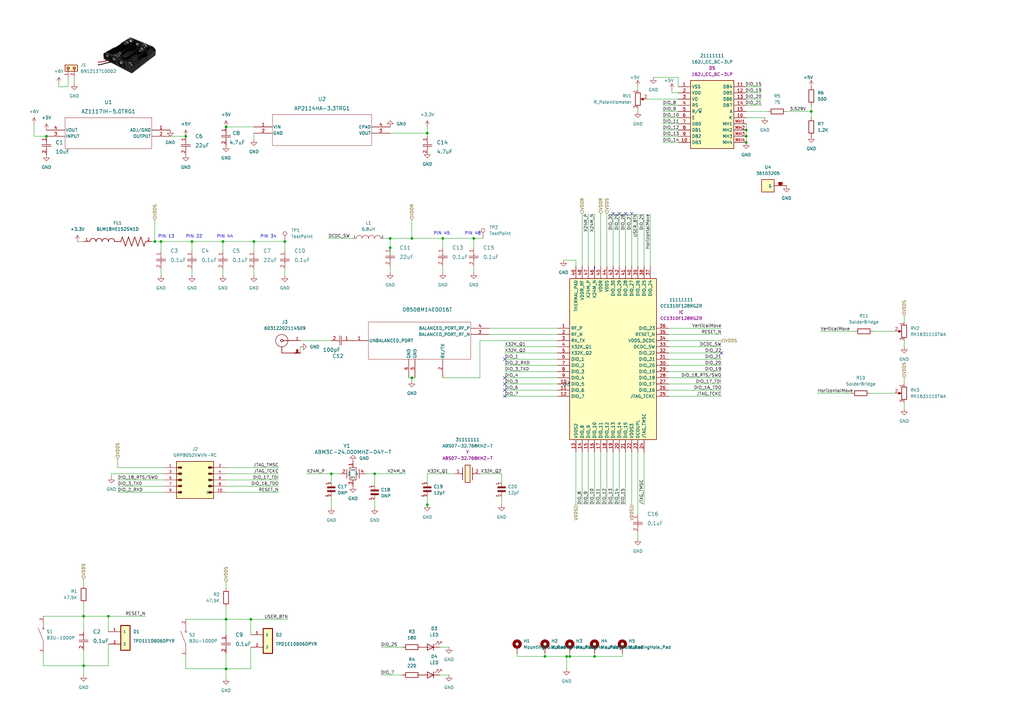
<source format=kicad_sch>
(kicad_sch (version 20211123) (generator eeschema)
  (paper "A3")
  (lib_symbols
    (symbol "162J_CC_BC-3LP:162J_CC_BC-3LP"
      (property "Value" "162J_CC_BC-3LP" (at 0 0 0))
      (property "Reference_1" "DS" (at 24.13 7.62 0))
      (property "Value_1" "162J_CC_BC-3LP" (at 24.13 5.08 0))
      (symbol "162J_CC_BC-3LP_1_1"
        (pin passive line (at 0 0 0) (length 5.08) (name "VSS") (number "1"))
        (pin passive line (at 0 -22.86 0) (length 5.08) (name "DB3") (number "10"))
        (pin passive line (at 27.94 0 180) (length 5.08) (name "DB4") (number "11"))
        (pin passive line (at 27.94 -2.54 180) (length 5.08) (name "DB5") (number "12"))
        (pin passive line (at 27.94 -5.08 180) (length 5.08) (name "DB6") (number "13"))
        (pin passive line (at 27.94 -7.62 180) (length 5.08) (name "DB7") (number "14"))
        (pin passive line (at 27.94 -10.16 180) (length 5.08) (name "A") (number "15"))
        (pin passive line (at 27.94 -12.7 180) (length 5.08) (name "K") (number "16"))
        (pin passive line (at 0 -2.54 0) (length 5.08) (name "VDD") (number "2"))
        (pin passive line (at 0 -5.08 0) (length 5.08) (name "VO") (number "3"))
        (pin passive line (at 0 -7.62 0) (length 5.08) (name "RS") (number "4"))
        (pin passive line (at 0 -10.16 0) (length 5.08) (name "R/~{W}") (number "5"))
        (pin passive line (at 0 -12.7 0) (length 5.08) (name "E") (number "6"))
        (pin passive line (at 0 -15.24 0) (length 5.08) (name "DB0") (number "7"))
        (pin passive line (at 0 -17.78 0) (length 5.08) (name "DB1") (number "8"))
        (pin passive line (at 0 -20.32 0) (length 5.08) (name "DB2") (number "9"))
        (pin passive line (at 27.94 -15.24 180) (length 5.08) (name "MH1") (number "MH1"))
        (pin passive line (at 27.94 -17.78 180) (length 5.08) (name "MH2") (number "MH2"))
        (pin passive line (at 27.94 -20.32 180) (length 5.08) (name "MH3") (number "MH3"))
        (pin passive line (at 27.94 -22.86 180) (length 5.08) (name "MH4") (number "MH4"))
      )
    )
    (symbol "2024-02-12_21-58-42:AZ1117IH-5.0TRG1" (pin_names (offset 0.254))
      (property "Reference" "U" (at 25.4 10.16 0))
      (property "Value" "AZ1117IH-5.0TRG1" (at 25.4 7.62 0))
      (symbol "AZ1117IH-5.0TRG1_0_1"
        (pin power_out line (at 0 0 0) (length 7.62) (name "ADJ/GND") (number "1"))
        (pin output line (at 0 -2.54 0) (length 7.62) (name "OUTPUT") (number "2"))
        (pin input line (at 50.8 -2.54 180) (length 7.62) (name "INPUT") (number "3"))
        (pin output line (at 50.8 0 180) (length 7.62) (name "VOUT") (number "4"))
      )
    )
    (symbol "2024-02-12_22-02-07:AP2114HA-3.3TRG1" (pin_names (offset 0.254))
      (property "Reference" "U" (at 27.94 10.16 0))
      (property "Value" "AP2114HA-3.3TRG1" (at 27.94 7.62 0))
      (symbol "AP2114HA-3.3TRG1_0_1"
        (pin input line (at 0 0 0) (length 7.62) (name "VIN") (number "1"))
        (pin power_in line (at 0 -2.54 0) (length 7.62) (name "GND") (number "2"))
        (pin output line (at 55.88 -2.54 180) (length 7.62) (name "VOUT") (number "3"))
        (pin unspecified line (at 55.88 0 180) (length 7.62) (name "EPAD") (number "4"))
      )
    )
    (symbol "2024-02-12_22-17-55:FG20X7S2A475KRT06" (pin_names (offset 0.254))
      (property "Reference" "C" (at 3.81 3.81 0))
      (property "Value" "FG20X7S2A475KRT06" (at 3.81 -3.81 0))
      (symbol "FG20X7S2A475KRT06_1_1"
        (pin unspecified line (at 0 0 0) (length 2.54) (name "") (number "1"))
        (pin unspecified line (at 7.62 0 180) (length 2.54) (name "") (number "2"))
      )
      (symbol "FG20X7S2A475KRT06_1_2"
        (pin unspecified line (at 0 0 270) (length 2.54) (name "") (number "1"))
        (pin unspecified line (at 0 -7.62 90) (length 2.54) (name "") (number "2"))
      )
    )
    (symbol "2024-02-12_23-04-09:ABM3C-24.000MHZ-D4Y-T" (pin_names (offset 0.254))
      (property "Reference" "Y1" (at 2.54 11.43 0))
      (property "Value" "ABM3C-24.000MHZ-D4Y-T" (at 5.08 8.89 0))
      (symbol "ABM3C-24.000MHZ-D4Y-T_0_1"
        (pin power_in line (at 5.08 5.08 270) (length 2.54) (name "1") (number "1"))
        (pin unspecified line (at 0 0 0) (length 2.54) (name "2") (number "2"))
        (pin power_in line (at 5.08 -5.08 90) (length 2.54) (name "3") (number "3"))
        (pin unspecified line (at 10.16 0 180) (length 2.54) (name "4") (number "4"))
      )
    )
    (symbol "2024-02-20_15-27-43:0850BM14E0016T" (pin_names (offset 0.254))
      (property "Reference" "U?" (at -31.75 15.24 0))
      (property "Value" "0850BM14E0016T" (at -31.75 12.7 0))
      (symbol "0850BM14E0016T_0_1"
        (pin unspecified line (at 57.15 -2.54 180) (length 7.62) (name "UNBALANCED_PORT") (number "1"))
        (pin unspecified line (at 19.05 12.7 270) (length 7.62) (name "RX/TX") (number "2"))
        (pin unspecified line (at 0 -5.08 0) (length 7.62) (name "BALANCED_PORT_RF_N") (number "3"))
        (pin unspecified line (at 0 -7.62 0) (length 7.62) (name "BALANCED_PORT_RF_P") (number "4"))
        (pin power_out line (at 30.48 12.7 270) (length 7.62) (name "GND") (number "5"))
        (pin power_out line (at 33.02 12.7 270) (length 7.62) (name "GND") (number "6"))
      )
    )
    (symbol "36103205:36103205" (pin_names (offset 1.016))
      (property "Reference" "U" (at 6.35 7.62 0))
      (property "Value" "36103205" (at 6.35 5.08 0))
      (symbol "36103205_0_0"
        (pin bidirectional line (at 0 0 0) (length 5.08) (name "1") (number "1"))
        (pin bidirectional line (at 0 0 0) (length 5.08) (name "1") (number "10"))
        (pin bidirectional line (at 0 0 0) (length 5.08) (name "1") (number "11"))
        (pin bidirectional line (at 0 0 0) (length 5.08) (name "1") (number "12"))
        (pin bidirectional line (at 0 0 0) (length 5.08) (name "1") (number "13"))
        (pin bidirectional line (at 0 0 0) (length 5.08) (name "1") (number "14"))
        (pin bidirectional line (at 0 0 0) (length 5.08) (name "1") (number "15"))
        (pin bidirectional line (at 0 0 0) (length 5.08) (name "1") (number "16"))
        (pin bidirectional line (at 0 0 0) (length 5.08) (name "1") (number "2"))
        (pin bidirectional line (at 0 0 0) (length 5.08) (name "1") (number "3"))
        (pin bidirectional line (at 0 0 0) (length 5.08) (name "1") (number "4"))
        (pin bidirectional line (at 0 0 0) (length 5.08) (name "1") (number "5"))
        (pin bidirectional line (at 0 0 0) (length 5.08) (name "1") (number "6"))
        (pin bidirectional line (at 0 0 0) (length 5.08) (name "1") (number "7"))
        (pin bidirectional line (at 0 0 0) (length 5.08) (name "1") (number "8"))
        (pin bidirectional line (at 0 0 0) (length 5.08) (name "1") (number "9"))
      )
    )
    (symbol "60312202114509:60312202114509" (pin_names (offset 1.016))
      (property "Reference" "J" (at 0 3.556 0))
      (property "Value" "60312202114509" (at 0 -8.128 0))
      (symbol "60312202114509_0_0"
        (pin passive line (at 7.62 0 180) (length 2.54) (name "~") (number "1"))
        (pin passive line (at 7.62 -5.08 180) (length 2.54) (name "~") (number "2"))
        (pin passive line (at 7.62 -5.08 180) (length 2.54) (name "~") (number "3"))
        (pin passive line (at 7.62 -5.08 180) (length 2.54) (name "~") (number "4"))
        (pin passive line (at 7.62 -5.08 180) (length 2.54) (name "~") (number "5"))
      )
    )
    (symbol "691213710002:691213710002" (pin_names (offset 1.016))
      (property "Reference" "J" (at -4.88 -0.922 0))
      (property "Value" "691213710002" (at -4.83 -2.58 0))
      (symbol "691213710002_0_0"
        (pin passive line (at -2.54 -5.08 90) (length 2.54) (name "~") (number "1"))
        (pin passive line (at 0 -5.08 90) (length 2.54) (name "~") (number "2"))
      )
    )
    (symbol "ABS07-32_768KHZ-T:ABS07-32.768KHZ-T" (pin_names hide)
      (property "Value" "ABS07-32.768KHZ-T" (at 0 0 0))
      (property "Reference_1" "Y" (at 8.89 6.35 0))
      (property "Value_1" "ABS07-32.768KHZ-T" (at 8.89 3.81 0))
      (symbol "ABS07-32.768KHZ-T_1_1"
        (pin passive line (at 0 0 0) (length 2.54) (name "1") (number "1"))
        (pin passive line (at 10.16 0 180) (length 2.54) (name "2") (number "2"))
      )
    )
    (symbol "B3U-1000P:B3U-1000P" (pin_names (offset 1.016))
      (property "Reference" "S" (at -2.54 2.54 0))
      (property "Value" "B3U-1000P" (at -2.54 -2.54 0))
      (symbol "B3U-1000P_0_0"
        (pin passive line (at -7.62 0 0) (length 2.54) (name "~") (number "1"))
        (pin passive line (at 7.62 0 180) (length 2.54) (name "~") (number "2"))
      )
    )
    (symbol "BLM18HE152SN1D:BLM18HE152SN1D" (pin_names (offset 1.016))
      (property "Reference" "FL" (at -12.7044 5.0815 0))
      (property "Value" "BLM18HE152SN1D" (at -12.71 -5.0866 0))
      (symbol "BLM18HE152SN1D_0_0"
        (pin passive line (at -15.24 0 0) (length 2.54) (name "~") (number "1"))
        (pin passive line (at 12.7 0 180) (length 2.54) (name "~") (number "2"))
      )
    )
    (symbol "C0603:C0603" (pin_names (offset 1.016))
      (property "Reference" "C" (at 2.54 0.635 0))
      (property "Value" "C0603" (at 2.54 -2.159 0))
      (symbol "C0603_0_0"
        (text "1" (at -2.794 -1.27 0) (effects (font (size 0.8636 0.8636)) (justify left bottom)))
        (text "2" (at 2.286 -1.27 0) (effects (font (size 0.8636 0.8636)) (justify left bottom)))
        (pin passive line (at -2.54 0 0) (length 0) (name "~") (number "1"))
        (pin passive line (at 2.54 0 180) (length 0) (name "~") (number "2"))
      )
    )
    (symbol "CC1310F128RGZR:CC1310F128RGZR"
      (property "Value" "CC1310F128RGZR" (at 0 0 0))
      (property "Reference_1" "IC" (at 41.91 25.4 0))
      (property "Value_1" "CC1310F128RGZR" (at 41.91 22.86 0))
      (symbol "CC1310F128RGZR_1_1"
        (pin passive line (at 0 0 0) (length 5.08) (name "RF_P") (number "1"))
        (pin passive line (at 0 -22.86 0) (length 5.08) (name "DIO_5") (number "10"))
        (pin passive line (at 0 -25.4 0) (length 5.08) (name "DIO_6") (number "11"))
        (pin passive line (at 0 -27.94 0) (length 5.08) (name "DIO_7") (number "12"))
        (pin passive line (at 7.62 -50.8 90) (length 5.08) (name "VDDS2") (number "13"))
        (pin passive line (at 10.16 -50.8 90) (length 5.08) (name "DIO_8") (number "14"))
        (pin passive line (at 12.7 -50.8 90) (length 5.08) (name "DIO_9") (number "15"))
        (pin passive line (at 15.24 -50.8 90) (length 5.08) (name "DIO_10") (number "16"))
        (pin passive line (at 17.78 -50.8 90) (length 5.08) (name "DIO_11") (number "17"))
        (pin passive line (at 20.32 -50.8 90) (length 5.08) (name "DIO_12") (number "18"))
        (pin passive line (at 22.86 -50.8 90) (length 5.08) (name "DIO_13") (number "19"))
        (pin passive line (at 0 -2.54 0) (length 5.08) (name "RF_N") (number "2"))
        (pin passive line (at 25.4 -50.8 90) (length 5.08) (name "DIO_14") (number "20"))
        (pin passive line (at 27.94 -50.8 90) (length 5.08) (name "DIO_15") (number "21"))
        (pin passive line (at 30.48 -50.8 90) (length 5.08) (name "VDDS3") (number "22"))
        (pin passive line (at 33.02 -50.8 90) (length 5.08) (name "DCOUPL") (number "23"))
        (pin passive line (at 35.56 -50.8 90) (length 5.08) (name "JTAG_TMSC") (number "24"))
        (pin passive line (at 45.72 -27.94 180) (length 5.08) (name "JTAG_TCKC") (number "25"))
        (pin passive line (at 45.72 -25.4 180) (length 5.08) (name "DIO_16") (number "26"))
        (pin passive line (at 45.72 -22.86 180) (length 5.08) (name "DIO_17") (number "27"))
        (pin passive line (at 45.72 -20.32 180) (length 5.08) (name "DIO_18") (number "28"))
        (pin passive line (at 45.72 -17.78 180) (length 5.08) (name "DIO_19") (number "29"))
        (pin passive line (at 0 -5.08 0) (length 5.08) (name "RX_TX") (number "3"))
        (pin passive line (at 45.72 -15.24 180) (length 5.08) (name "DIO_20") (number "30"))
        (pin passive line (at 45.72 -12.7 180) (length 5.08) (name "DIO_21") (number "31"))
        (pin passive line (at 45.72 -10.16 180) (length 5.08) (name "DIO_22") (number "32"))
        (pin passive line (at 45.72 -7.62 180) (length 5.08) (name "DCDC_SW") (number "33"))
        (pin passive line (at 45.72 -5.08 180) (length 5.08) (name "VDDS_DCDC") (number "34"))
        (pin passive line (at 45.72 -2.54 180) (length 5.08) (name "RESET_N") (number "35"))
        (pin passive line (at 45.72 0 180) (length 5.08) (name "DIO_23") (number "36"))
        (pin passive line (at 38.1 25.4 270) (length 5.08) (name "DIO_24") (number "37"))
        (pin passive line (at 35.56 25.4 270) (length 5.08) (name "DIO_25") (number "38"))
        (pin passive line (at 33.02 25.4 270) (length 5.08) (name "DIO_26") (number "39"))
        (pin passive line (at 0 -7.62 0) (length 5.08) (name "X32K_Q1") (number "4"))
        (pin passive line (at 30.48 25.4 270) (length 5.08) (name "DIO_27") (number "40"))
        (pin passive line (at 27.94 25.4 270) (length 5.08) (name "DIO_28") (number "41"))
        (pin passive line (at 25.4 25.4 270) (length 5.08) (name "DIO_29") (number "42"))
        (pin passive line (at 22.86 25.4 270) (length 5.08) (name "DIO_30") (number "43"))
        (pin passive line (at 20.32 25.4 270) (length 5.08) (name "VDDS") (number "44"))
        (pin passive line (at 17.78 25.4 270) (length 5.08) (name "VDDR") (number "45"))
        (pin passive line (at 15.24 25.4 270) (length 5.08) (name "X24M_N") (number "46"))
        (pin passive line (at 12.7 25.4 270) (length 5.08) (name "X24M_P") (number "47"))
        (pin passive line (at 10.16 25.4 270) (length 5.08) (name "VDDR_RF") (number "48"))
        (pin passive line (at 7.62 25.4 270) (length 5.08) (name "THERMAL_PAD") (number "49"))
        (pin passive line (at 0 -10.16 0) (length 5.08) (name "X32K_Q2") (number "5"))
        (pin passive line (at 0 -12.7 0) (length 5.08) (name "DIO_1") (number "6"))
        (pin passive line (at 0 -15.24 0) (length 5.08) (name "DIO_2") (number "7"))
        (pin passive line (at 0 -17.78 0) (length 5.08) (name "DIO_3") (number "8"))
        (pin passive line (at 0 -20.32 0) (length 5.08) (name "DIO_4") (number "9"))
      )
    )
    (symbol "Connector:TestPoint" (pin_numbers hide) (pin_names (offset 0.762) hide)
      (property "Reference" "TP" (at 0 6.858 0))
      (property "Value" "TestPoint" (at 0 5.08 0))
      (symbol "TestPoint_1_1"
        (pin passive line (at 0 0 90) (length 2.54) (name "1") (number "1"))
      )
    )
    (symbol "Device:LED" (pin_numbers hide) (pin_names (offset 1.016) hide)
      (property "Reference" "D" (at 0 2.54 0))
      (property "Value" "LED" (at 0 -2.54 0))
      (symbol "LED_1_1"
        (pin passive line (at -3.81 0 0) (length 2.54) (name "K") (number "1"))
        (pin passive line (at 3.81 0 180) (length 2.54) (name "A") (number "2"))
      )
    )
    (symbol "Device:R" (pin_numbers hide) (pin_names (offset 0))
      (property "Reference" "R" (at 2.032 0 90))
      (property "Value" "R" (at 0 0 90))
      (symbol "R_1_1"
        (pin passive line (at 0 3.81 270) (length 1.27) (name "~") (number "1"))
        (pin passive line (at 0 -3.81 90) (length 1.27) (name "~") (number "2"))
      )
    )
    (symbol "Device:R_Potentiometer" (pin_names (offset 1.016) hide)
      (property "Reference" "RV" (at -4.445 0 90))
      (property "Value" "R_Potentiometer" (at -2.54 0 90))
      (symbol "R_Potentiometer_1_1"
        (pin passive line (at 0 3.81 270) (length 1.27) (name "1") (number "1"))
        (pin passive line (at 3.81 0 180) (length 1.27) (name "2") (number "2"))
        (pin passive line (at 0 -3.81 90) (length 1.27) (name "3") (number "3"))
      )
    )
    (symbol "GRPB052VWVN-RC:GRPB052VWVN-RC" (pin_names (offset 1.016))
      (property "Reference" "J" (at -7.62 8.382 0))
      (property "Value" "GRPB052VWVN-RC" (at -7.62 -10.16 0))
      (symbol "GRPB052VWVN-RC_0_0"
        (pin passive line (at -12.7 5.08 0) (length 5.08) (name "1") (number "1"))
        (pin passive line (at 12.7 -5.08 180) (length 5.08) (name "10") (number "10"))
        (pin passive line (at 12.7 5.08 180) (length 5.08) (name "2") (number "2"))
        (pin passive line (at -12.7 2.54 0) (length 5.08) (name "3") (number "3"))
        (pin passive line (at 12.7 2.54 180) (length 5.08) (name "4") (number "4"))
        (pin passive line (at -12.7 0 0) (length 5.08) (name "5") (number "5"))
        (pin passive line (at 12.7 0 180) (length 5.08) (name "6") (number "6"))
        (pin passive line (at -12.7 -2.54 0) (length 5.08) (name "7") (number "7"))
        (pin passive line (at 12.7 -2.54 180) (length 5.08) (name "8") (number "8"))
        (pin passive line (at -12.7 -5.08 0) (length 5.08) (name "9") (number "9"))
      )
    )
    (symbol "Mechanical:MountingHole_Pad" (pin_numbers hide) (pin_names (offset 1.016) hide)
      (property "Reference" "H" (at 0 6.35 0))
      (property "Value" "MountingHole_Pad" (at 0 4.445 0))
      (symbol "MountingHole_Pad_1_1"
        (pin input line (at 0 -2.54 90) (length 2.54) (name "1") (number "1"))
      )
    )
    (symbol "TPD1E10B06DPYR:TPD1E10B06DPYR" (pin_names (offset 1.016))
      (property "Reference" "D?" (at -7.62 2.54 0))
      (property "Value" "TPD1E10B06DPYR" (at -7.62 -1.27 0))
      (symbol "TPD1E10B06DPYR_0_0"
        (pin bidirectional line (at -17.78 2.54 0) (length 5.08) (name "1") (number "1"))
        (pin bidirectional line (at -17.78 -2.54 0) (length 5.08) (name "2") (number "2"))
      )
    )
    (symbol "power:+3.3V" (power) (pin_names (offset 0))
      (property "Value" "+3.3V" (at 0 3.556 0))
      (symbol "+3.3V_1_1"
        (pin power_in line (at 0 0 90) (length 0) hide (name "+3.3V") (number "1"))
      )
    )
    (symbol "power:+5V" (power) (pin_names (offset 0))
      (property "Value" "+5V" (at 0 3.556 0))
      (symbol "+5V_1_1"
        (pin power_in line (at 0 0 90) (length 0) hide (name "+5V") (number "1"))
      )
    )
    (symbol "power:+6V" (power) (pin_names (offset 0))
      (property "Value" "+6V" (at 0 3.556 0))
      (symbol "+6V_1_1"
        (pin power_in line (at 0 0 90) (length 0) hide (name "+6V") (number "1"))
      )
    )
    (symbol "power:GND" (power) (pin_names (offset 0))
      (property "Value" "GND" (at 0 -3.81 0))
      (symbol "GND_1_1"
        (pin power_in line (at 0 0 270) (length 0) hide (name "GND") (number "1"))
      )
    )
    (symbol "pspice:INDUCTOR" (pin_numbers hide) (pin_names (offset 0))
      (property "Reference" "L" (at 0 2.54 0))
      (property "Value" "INDUCTOR" (at 0 -1.27 0))
      (symbol "INDUCTOR_1_1"
        (pin input line (at -6.35 0 0) (length 1.27) (name "1") (number "1"))
        (pin input line (at 6.35 0 180) (length 1.27) (name "2") (number "2"))
      )
    )
  )
  (junction (at 102.87 254))
  (junction (at 233.68 269.24))
  (junction (at 34.29 252.73))
  (junction (at 332.74 45.72))
  (junction (at 153.67 194.31))
  (junction (at 135.89 194.31))
  (junction (at 160.02 101.6))
  (junction (at 92.71 274.32))
  (junction (at 243.84 269.24))
  (junction (at 306.07 58.42))
  (junction (at 181.61 97.79))
  (junction (at 223.52 269.24))
  (junction (at 168.91 97.79))
  (junction (at 76.2 55.88))
  (junction (at 116.84 99.06))
  (junction (at 168.91 154.94))
  (junction (at 91.44 99.06))
  (junction (at 194.31 97.79))
  (junction (at 306.07 55.88))
  (junction (at 44.45 252.73))
  (junction (at 63.5 99.06))
  (junction (at 34.29 273.05))
  (junction (at 175.26 54.61))
  (junction (at 78.74 99.06))
  (junction (at 104.14 99.06))
  (junction (at 160.02 97.79))
  (junction (at 92.71 254))
  (junction (at 66.04 99.06))
  (junction (at 306.07 53.34))
  (junction (at 232.41 269.24))
  (junction (at 92.71 52.07))
  (junction (at 175.26 207.01))
  (junction (at 19.05 55.88))
  (no_connect (at 207.01 160.02))
  (no_connect (at 207.01 157.48))
  (no_connect (at 207.01 147.32))
  (no_connect (at 251.46 87.63))
  (no_connect (at 254 87.63))
  (no_connect (at 295.91 144.78))
  (no_connect (at 207.01 154.94))
  (no_connect (at 259.08 87.63))
  (no_connect (at 256.54 87.63))
  (no_connect (at 207.01 162.56))
  (wire (pts (xy 156.21 265.43) (xy 165.1 265.43)))
  (wire (pts (xy 261.62 218.44) (xy 261.62 220.98)))
  (wire (pts (xy 34.29 273.05) (xy 17.78 273.05)))
  (wire (pts (xy 274.32 139.7) (xy 295.91 139.7)))
  (wire (pts (xy 135.89 198.12) (xy 135.89 194.31)))
  (wire (pts (xy 17.78 252.73) (xy 34.29 252.73)))
  (wire (pts (xy 175.26 207.01) (xy 175.26 208.28)))
  (wire (pts (xy 66.04 99.06) (xy 66.04 102.87)))
  (wire (pts (xy 104.14 99.06) (xy 104.14 102.87)))
  (wire (pts (xy 62.23 99.06) (xy 63.5 99.06)))
  (wire (pts (xy 167.64 154.94) (xy 168.91 154.94)))
  (wire (pts (xy 92.71 254) (xy 102.87 254)))
  (wire (pts (xy 254 185.42) (xy 254 207.01)))
  (wire (pts (xy 92.71 196.85) (xy 114.3 196.85)))
  (wire (pts (xy 104.14 57.15) (xy 104.14 54.61)))
  (wire (pts (xy 246.38 87.63) (xy 246.38 109.22)))
  (wire (pts (xy 34.29 266.7) (xy 34.29 273.05)))
  (wire (pts (xy 306.07 50.8) (xy 306.07 53.34)))
  (wire (pts (xy 212.09 269.24) (xy 212.09 267.97)))
  (wire (pts (xy 196.85 139.7) (xy 228.6 139.7)))
  (wire (pts (xy 34.29 252.73) (xy 44.45 252.73)))
  (wire (pts (xy 168.91 154.94) (xy 168.91 156.21)))
  (wire (pts (xy 233.68 267.97) (xy 233.68 269.24)))
  (wire (pts (xy 274.32 142.24) (xy 295.91 142.24)))
  (wire (pts (xy 306.07 48.26) (xy 313.69 48.26)))
  (wire (pts (xy 248.92 87.63) (xy 248.92 109.22)))
  (wire (pts (xy 243.84 269.24) (xy 243.84 267.97)))
  (wire (pts (xy 205.74 203.2) (xy 205.74 207.01)))
  (wire (pts (xy 367.03 135.89) (xy 358.14 135.89)))
  (wire (pts (xy 160.02 97.79) (xy 160.02 101.6)))
  (wire (pts (xy 264.16 109.22) (xy 264.16 87.63)))
  (wire (pts (xy 78.74 99.06) (xy 78.74 102.87)))
  (wire (pts (xy 102.87 274.32) (xy 92.71 274.32)))
  (wire (pts (xy 153.67 194.31) (xy 166.37 194.31)))
  (wire (pts (xy 135.89 194.31) (xy 139.7 194.31)))
  (wire (pts (xy 44.45 252.73) (xy 44.45 259.08)))
  (wire (pts (xy 104.14 99.06) (xy 116.84 99.06)))
  (wire (pts (xy 278.13 40.64) (xy 265.43 40.64)))
  (wire (pts (xy 153.67 208.28) (xy 153.67 204.47)))
  (wire (pts (xy 248.92 185.42) (xy 248.92 207.01)))
  (wire (pts (xy 48.26 199.39) (xy 67.31 199.39)))
  (wire (pts (xy 181.61 97.79) (xy 194.31 97.79)))
  (wire (pts (xy 160.02 97.79) (xy 157.48 97.79)))
  (wire (pts (xy 274.32 160.02) (xy 295.91 160.02)))
  (wire (pts (xy 160.02 101.6) (xy 160.02 105.41)))
  (wire (pts (xy 274.32 147.32) (xy 295.91 147.32)))
  (wire (pts (xy 306.07 45.72) (xy 314.96 45.72)))
  (wire (pts (xy 160.02 109.22) (xy 160.02 111.76)))
  (wire (pts (xy 102.87 254) (xy 102.87 260.35)))
  (wire (pts (xy 271.78 48.26) (xy 278.13 48.26)))
  (wire (pts (xy 241.3 185.42) (xy 241.3 207.01)))
  (wire (pts (xy 184.15 276.86) (xy 180.34 276.86)))
  (wire (pts (xy 238.76 87.63) (xy 238.76 109.22)))
  (wire (pts (xy 92.71 274.32) (xy 76.2 274.32)))
  (wire (pts (xy 31.75 99.06) (xy 34.29 99.06)))
  (wire (pts (xy 332.74 48.26) (xy 332.74 45.72)))
  (wire (pts (xy 175.26 203.2) (xy 175.26 207.01)))
  (wire (pts (xy 92.71 194.31) (xy 114.3 194.31)))
  (wire (pts (xy 92.71 254) (xy 92.71 260.35)))
  (wire (pts (xy 44.45 264.16) (xy 44.45 273.05)))
  (wire (pts (xy 13.97 50.8) (xy 13.97 55.88)))
  (wire (pts (xy 78.74 99.06) (xy 91.44 99.06)))
  (wire (pts (xy 66.04 99.06) (xy 78.74 99.06)))
  (wire (pts (xy 48.26 187.96) (xy 48.26 191.77)))
  (wire (pts (xy 207.01 160.02) (xy 228.6 160.02)))
  (wire (pts (xy 13.97 55.88) (xy 19.05 55.88)))
  (wire (pts (xy 156.21 276.86) (xy 165.1 276.86)))
  (wire (pts (xy 370.84 165.1) (xy 370.84 167.64)))
  (wire (pts (xy 69.85 55.88) (xy 76.2 55.88)))
  (wire (pts (xy 34.29 276.86) (xy 34.29 273.05)))
  (wire (pts (xy 254 109.22) (xy 254 87.63)))
  (wire (pts (xy 48.26 196.85) (xy 67.31 196.85)))
  (wire (pts (xy 76.2 254) (xy 92.71 254)))
  (wire (pts (xy 92.71 191.77) (xy 114.3 191.77)))
  (wire (pts (xy 34.29 237.49) (xy 34.29 240.03)))
  (wire (pts (xy 181.61 109.22) (xy 181.61 111.76)))
  (wire (pts (xy 92.71 238.76) (xy 92.71 241.3)))
  (wire (pts (xy 66.04 110.49) (xy 66.04 113.03)))
  (wire (pts (xy 232.41 274.32) (xy 232.41 269.24)))
  (wire (pts (xy 350.52 135.89) (xy 336.55 135.89)))
  (wire (pts (xy 196.85 139.7) (xy 196.85 154.94)))
  (wire (pts (xy 255.27 267.97) (xy 255.27 269.24)))
  (wire (pts (xy 232.41 269.24) (xy 233.68 269.24)))
  (wire (pts (xy 278.13 31.75) (xy 278.13 35.56)))
  (wire (pts (xy 264.16 185.42) (xy 264.16 207.01)))
  (wire (pts (xy 271.78 53.34) (xy 278.13 53.34)))
  (wire (pts (xy 238.76 185.42) (xy 238.76 207.01)))
  (wire (pts (xy 116.84 99.06) (xy 116.84 102.87)))
  (wire (pts (xy 92.71 254) (xy 92.71 248.92)))
  (wire (pts (xy 271.78 45.72) (xy 278.13 45.72)))
  (wire (pts (xy 261.62 45.72) (xy 261.62 44.45)))
  (wire (pts (xy 261.62 35.56) (xy 261.62 36.83)))
  (wire (pts (xy 102.87 254) (xy 118.11 254)))
  (wire (pts (xy 78.74 110.49) (xy 78.74 113.03)))
  (wire (pts (xy 267.97 31.75) (xy 278.13 31.75)))
  (wire (pts (xy 223.52 267.97) (xy 223.52 269.24)))
  (wire (pts (xy 207.01 147.32) (xy 228.6 147.32)))
  (wire (pts (xy 231.14 106.68) (xy 236.22 106.68)))
  (wire (pts (xy 367.03 161.29) (xy 356.87 161.29)))
  (wire (pts (xy 27.94 35.56) (xy 27.94 31.75)))
  (wire (pts (xy 370.84 129.54) (xy 370.84 132.08)))
  (wire (pts (xy 175.26 63.5) (xy 175.26 62.23)))
  (wire (pts (xy 194.31 97.79) (xy 198.12 97.79)))
  (wire (pts (xy 274.32 152.4) (xy 295.91 152.4)))
  (wire (pts (xy 256.54 185.42) (xy 256.54 207.01)))
  (wire (pts (xy 278.13 38.1) (xy 275.59 38.1)))
  (wire (pts (xy 207.01 157.48) (xy 228.6 157.48)))
  (wire (pts (xy 92.71 201.93) (xy 114.3 201.93)))
  (wire (pts (xy 271.78 58.42) (xy 278.13 58.42)))
  (wire (pts (xy 205.74 198.12) (xy 205.74 194.31)))
  (wire (pts (xy 76.2 274.32) (xy 76.2 269.24)))
  (wire (pts (xy 196.85 154.94) (xy 181.61 154.94)))
  (wire (pts (xy 45.72 194.31) (xy 45.72 195.58)))
  (wire (pts (xy 102.87 265.43) (xy 102.87 274.32)))
  (wire (pts (xy 194.31 97.79) (xy 194.31 101.6)))
  (wire (pts (xy 261.62 185.42) (xy 261.62 210.82)))
  (wire (pts (xy 92.71 267.97) (xy 92.71 274.32)))
  (wire (pts (xy 207.01 162.56) (xy 228.6 162.56)))
  (wire (pts (xy 275.59 36.83) (xy 275.59 38.1)))
  (wire (pts (xy 149.86 194.31) (xy 153.67 194.31)))
  (wire (pts (xy 175.26 198.12) (xy 175.26 194.31)))
  (wire (pts (xy 44.45 273.05) (xy 34.29 273.05)))
  (wire (pts (xy 271.78 43.18) (xy 278.13 43.18)))
  (wire (pts (xy 24.13 35.56) (xy 27.94 35.56)))
  (wire (pts (xy 259.08 185.42) (xy 259.08 207.01)))
  (wire (pts (xy 30.48 34.29) (xy 30.48 31.75)))
  (wire (pts (xy 306.07 55.88) (xy 306.07 58.42)))
  (wire (pts (xy 266.7 109.22) (xy 266.7 87.63)))
  (wire (pts (xy 92.71 52.07) (xy 104.14 52.07)))
  (wire (pts (xy 181.61 97.79) (xy 181.61 101.6)))
  (wire (pts (xy 223.52 269.24) (xy 232.41 269.24)))
  (wire (pts (xy 91.44 99.06) (xy 91.44 102.87)))
  (wire (pts (xy 104.14 110.49) (xy 104.14 113.03)))
  (wire (pts (xy 17.78 273.05) (xy 17.78 267.97)))
  (wire (pts (xy 243.84 87.63) (xy 243.84 109.22)))
  (wire (pts (xy 274.32 154.94) (xy 295.91 154.94)))
  (wire (pts (xy 259.08 109.22) (xy 259.08 87.63)))
  (wire (pts (xy 175.26 55.88) (xy 175.26 54.61)))
  (wire (pts (xy 241.3 87.63) (xy 241.3 109.22)))
  (wire (pts (xy 261.62 109.22) (xy 261.62 87.63)))
  (wire (pts (xy 160.02 54.61) (xy 175.26 54.61)))
  (wire (pts (xy 207.01 142.24) (xy 228.6 142.24)))
  (wire (pts (xy 332.74 43.18) (xy 332.74 45.72)))
  (wire (pts (xy 63.5 90.17) (xy 63.5 99.06)))
  (wire (pts (xy 123.19 144.78) (xy 123.19 142.24)))
  (wire (pts (xy 243.84 185.42) (xy 243.84 207.01)))
  (wire (pts (xy 48.26 191.77) (xy 67.31 191.77)))
  (wire (pts (xy 207.01 154.94) (xy 228.6 154.94)))
  (wire (pts (xy 34.29 252.73) (xy 34.29 247.65)))
  (wire (pts (xy 236.22 185.42) (xy 236.22 207.01)))
  (wire (pts (xy 24.13 35.56) (xy 24.13 34.29)))
  (wire (pts (xy 168.91 154.94) (xy 170.18 154.94)))
  (wire (pts (xy 322.58 45.72) (xy 332.74 45.72)))
  (wire (pts (xy 116.84 110.49) (xy 116.84 113.03)))
  (wire (pts (xy 168.91 97.79) (xy 181.61 97.79)))
  (wire (pts (xy 212.09 269.24) (xy 223.52 269.24)))
  (wire (pts (xy 256.54 109.22) (xy 256.54 87.63)))
  (wire (pts (xy 370.84 139.7) (xy 370.84 142.24)))
  (wire (pts (xy 271.78 55.88) (xy 278.13 55.88)))
  (wire (pts (xy 194.31 109.22) (xy 194.31 111.76)))
  (wire (pts (xy 44.45 252.73) (xy 59.69 252.73)))
  (wire (pts (xy 207.01 152.4) (xy 228.6 152.4)))
  (wire (pts (xy 34.29 252.73) (xy 34.29 259.08)))
  (wire (pts (xy 207.01 144.78) (xy 228.6 144.78)))
  (wire (pts (xy 243.84 269.24) (xy 255.27 269.24)))
  (wire (pts (xy 200.66 137.16) (xy 228.6 137.16)))
  (wire (pts (xy 274.32 137.16) (xy 295.91 137.16)))
  (wire (pts (xy 306.07 53.34) (xy 306.07 55.88)))
  (wire (pts (xy 274.32 149.86) (xy 295.91 149.86)))
  (wire (pts (xy 91.44 110.49) (xy 91.44 113.03)))
  (wire (pts (xy 184.15 265.43) (xy 180.34 265.43)))
  (wire (pts (xy 274.32 134.62) (xy 295.91 134.62)))
  (wire (pts (xy 274.32 144.78) (xy 295.91 144.78)))
  (wire (pts (xy 175.26 194.31) (xy 186.69 194.31)))
  (wire (pts (xy 125.73 194.31) (xy 135.89 194.31)))
  (wire (pts (xy 251.46 185.42) (xy 251.46 207.01)))
  (wire (pts (xy 312.42 43.18) (xy 306.07 43.18)))
  (wire (pts (xy 45.72 194.31) (xy 67.31 194.31)))
  (wire (pts (xy 135.89 208.28) (xy 135.89 203.2)))
  (wire (pts (xy 134.62 97.79) (xy 144.78 97.79)))
  (wire (pts (xy 312.42 38.1) (xy 306.07 38.1)))
  (wire (pts (xy 168.91 90.17) (xy 168.91 97.79)))
  (polyline (pts (xy 243.84 109.22) (xy 243.84 110.49)))
  (wire (pts (xy 233.68 269.24) (xy 243.84 269.24)))
  (wire (pts (xy 153.67 199.39) (xy 153.67 194.31)))
  (wire (pts (xy 274.32 162.56) (xy 295.91 162.56)))
  (wire (pts (xy 246.38 185.42) (xy 246.38 207.01)))
  (wire (pts (xy 91.44 99.06) (xy 104.14 99.06)))
  (wire (pts (xy 274.32 157.48) (xy 295.91 157.48)))
  (wire (pts (xy 251.46 87.63) (xy 251.46 109.22)))
  (wire (pts (xy 123.19 139.7) (xy 135.89 139.7)))
  (wire (pts (xy 312.42 40.64) (xy 306.07 40.64)))
  (wire (pts (xy 200.66 134.62) (xy 228.6 134.62)))
  (wire (pts (xy 196.85 194.31) (xy 205.74 194.31)))
  (wire (pts (xy 236.22 106.68) (xy 236.22 109.22)))
  (wire (pts (xy 370.84 154.94) (xy 370.84 157.48)))
  (wire (pts (xy 349.25 161.29) (xy 335.28 161.29)))
  (wire (pts (xy 63.5 99.06) (xy 66.04 99.06)))
  (wire (pts (xy 160.02 97.79) (xy 168.91 97.79)))
  (wire (pts (xy 207.01 149.86) (xy 228.6 149.86)))
  (wire (pts (xy 271.78 50.8) (xy 278.13 50.8)))
  (wire (pts (xy 48.26 201.93) (xy 67.31 201.93)))
  (polyline (pts (xy 243.84 109.22) (xy 243.84 110.49)))
  (wire (pts (xy 175.26 52.07) (xy 175.26 54.61)))
  (wire (pts (xy 92.71 278.13) (xy 92.71 274.32)))
  (wire (pts (xy 92.71 199.39) (xy 114.3 199.39)))
  (wire (pts (xy 306.07 35.56) (xy 312.42 35.56)))
  (image (at 52.07 22.86) (scale 0.316793))
  (text "PIN 22\n" (at 76.2 97.79 0) (effects (font (size 1.27 1.27)) (justify left bottom)))
  (text "PIN 13\n" (at 64.77 97.79 0) (effects (font (size 1.27 1.27)) (justify left bottom)))
  (text "PIN 48\n" (at 190.5 96.52 0) (effects (font (size 1.27 1.27)) (justify left bottom)))
  (text "PIN 34\n" (at 106.68 97.79 0) (effects (font (size 1.27 1.27)) (justify left bottom)))
  (text "PIN 45\n" (at 177.8 96.52 0) (effects (font (size 1.27 1.27)) (justify left bottom)))
  (text "PIN 44\n" (at 88.9 97.79 0) (effects (font (size 1.27 1.27)) (justify left bottom)))
  (label "DIO_18_RTS{slash}SWO" (at 295.91 154.94 180))
  (label "DIO_15" (at 256.54 207.01 90))
  (label "DIO_3_TXD" (at 48.26 199.39 0))
  (label "DIO_5" (at 207.01 157.48 0))
  (label "VerticalMove" (at 295.91 134.62 180))
  (label "DIO_18_RTS{slash}SWO" (at 48.26 196.85 0))
  (label "X24M_N" (at 243.84 87.63 270))
  (label "DIO_27" (at 259.08 87.63 270))
  (label "X24M_P" (at 125.73 194.31 0))
  (label "DCDC_SW" (at 134.62 97.79 0))
  (label "DIO_10" (at 271.78 48.26 0))
  (label "DIO_22" (at 295.91 144.78 180))
  (label "DIO_29" (at 254 87.63 270))
  (label "DIO_19" (at 312.42 38.1 180))
  (label "RESET_N" (at 59.69 252.73 180))
  (label "DIO_25" (at 156.21 265.43 0))
  (label "X32K_Q2" (at 207.01 144.78 0))
  (label "DIO_30" (at 251.46 87.63 270))
  (label "DIO_20" (at 312.42 40.64 180))
  (label "DIO_8" (at 238.76 207.01 90))
  (label "DIO_19" (at 295.91 152.4 180))
  (label "DIO_21" (at 295.91 147.32 180))
  (label "DIO_12" (at 271.78 53.34 0))
  (label "DCDC_SW" (at 295.91 142.24 180))
  (label "DIO_13" (at 251.46 207.01 90))
  (label "X24M_P" (at 241.3 87.63 270))
  (label "X24M_N" (at 166.37 194.31 180))
  (label "DIO_9" (at 241.3 207.01 90))
  (label "X32K_Q1" (at 207.01 142.24 0))
  (label "HorizontalMove" (at 266.7 87.63 270))
  (label "DIO_2_RXD" (at 207.01 149.86 0))
  (label "DIO_7" (at 207.01 162.56 0))
  (label "DIO_10" (at 243.84 207.01 90))
  (label "DIO_28" (at 256.54 87.63 270))
  (label "RESET_N" (at 114.3 201.93 180))
  (label "X32K_Q1" (at 175.26 194.31 0))
  (label "3.529V" (at 323.85 45.72 0))
  (label "DIO_1" (at 207.01 147.32 0))
  (label "RESET_N" (at 295.91 137.16 180))
  (label "DIO_13" (at 271.78 55.88 0))
  (label "USER_BTN" (at 118.11 254 180))
  (label "DIO_2_RXD" (at 48.26 201.93 0))
  (label "DIO_14" (at 254 207.01 90))
  (label "DIO_7" (at 156.21 276.86 0))
  (label "DIO_4" (at 207.01 154.94 0))
  (label "DIO_16_TDO" (at 114.3 199.39 180))
  (label "DIO_17_TDI" (at 295.91 157.48 180))
  (label "DIO_12" (at 248.92 207.01 90))
  (label "JTAG_TMSC" (at 264.16 207.01 90))
  (label "DIO_25" (at 264.16 87.63 270))
  (label "DIO_6" (at 207.01 160.02 0))
  (label "JTAG_TMSC" (at 114.3 191.77 180))
  (label "DIO_11" (at 271.78 50.8 0))
  (label "JTAG_TCKC" (at 114.3 194.31 180))
  (label "DIO_11" (at 246.38 207.01 90))
  (label "JTAG_TCKC" (at 295.91 162.56 180))
  (label "DIO_20" (at 295.91 149.86 180))
  (label "DIO_3_TXD" (at 207.01 152.4 0))
  (label "HorizontalMove" (at 335.28 161.29 0))
  (label "DIO_17_TDI" (at 114.3 196.85 180))
  (label "VerticalMove" (at 336.55 135.89 0))
  (label "X32K_Q2" (at 205.74 194.31 180))
  (label "DIO_8" (at 271.78 43.18 0))
  (label "DIO_16_TDO" (at 295.91 160.02 180))
  (label "USER_BTN" (at 261.62 87.63 270))
  (label "DIO_21" (at 312.42 43.18 180))
  (label "DIO_9" (at 271.78 45.72 0))
  (label "DIO_15" (at 312.42 35.56 180))
  (label "DIO_14" (at 271.78 58.42 0))
  (hierarchical_label "VDDR" (shape input) (at 238.76 87.63 90))
  (hierarchical_label "VDDS" (shape input) (at 295.91 139.7 0))
  (hierarchical_label "VDDS" (shape input) (at 370.84 154.94 90))
  (hierarchical_label "VDDS" (shape input) (at 248.92 87.63 90))
  (hierarchical_label "VDDR" (shape input) (at 168.91 90.17 90))
  (hierarchical_label "VDDS" (shape input) (at 370.84 129.54 90))
  (hierarchical_label "VDDR" (shape input) (at 246.38 87.63 90))
  (hierarchical_label "VDDS" (shape input) (at 92.71 238.76 90))
  (hierarchical_label "VDDS" (shape input) (at 48.26 187.96 90))
  (hierarchical_label "VDDS" (shape input) (at 63.5 90.17 90))
  (hierarchical_label "VDDS" (shape input) (at 236.22 207.01 270))
  (hierarchical_label "VDDS" (shape input) (at 259.08 207.01 270))
  (hierarchical_label "VDDS" (shape input) (at 34.29 237.49 90))
  (symbol (lib_id "power:GND") (at 175.26 62.23 0) (unit 1)
    (property "Reference" "#PWR027" (effects hide))
    (property "Value" "GND" (at 175.26 67.31 0))
  )
  (symbol (lib_id "60312202114509:60312202114509") (at 115.57 139.7 0) (unit 1)
    (property "Reference" "J3" (at 116.8535 132.08 0))
    (property "Value" "60312202114509" (at 116.8535 134.62 0))
    (property "Footprint" "SMA_Jack:60312202114509" (effects hide))
    (property "MF" "Wurth Electronics" (effects hide))
    (property "Description" "\nRF COAX CONN, SMA JACK, 50 OHM, PCB;\n" (effects hide))
    (property "Package" "None" (effects hide))
    (property "MOUNT" "End Launch" (effects hide))
    (property "Check_prices" "https://www.snapeda.com/parts/60312202114509/Wurth+Electronics+Inc/view-part/?ref=eda" (effects hide))
    (property "VALUE" "60312202114509" (effects hide))
    (property "Price" "None" (effects hide))
    (property "PART-NUMBER" "60312202114509" (effects hide))
    (property "SnapEDA_Link" "https://www.snapeda.com/parts/60312202114509/Wurth+Electronics+Inc/view-part/?ref=snap" (effects hide))
    (property "DATASHEET-URL" "https://www.we-online.com/redexpert/spec/60312202114509?ae" (effects hide))
    (property "MP" "60312202114509" (effects hide))
    (property "Purchase-URL" "https://www.snapeda.com/api/url_track_click_mouser/?unipart_id=8168364&manufacturer=Wurth Electronics&part_name=60312202114509&search_term=female sma 50 ohm pcb" (effects hide))
    (property "INTERFACE" "MIL-STD-348" (effects hide))
    (property "IMPEDANCE" "50Ohm" (effects hide))
    (property "Availability" "In Stock" (effects hide))
    (property "FREQUENCY-RANGE" "DC~18 GHz" (effects hide))
    (property "SIZE" "Straight Jack" (effects hide))
  )
  (symbol (lib_id "2024-02-12_22-17-55:FG20X7S2A475KRT06") (at 143.51 139.7 180) (unit 1)
    (property "Reference" "C12" (at 140.97 146.05 0) (effects (font (size 1.524 1.524)) (justify left)))
    (property "Value" "100pF" (at 139.7 143.51 0) (effects (font (size 1.524 1.524)) (justify left)))
    (property "Footprint" "Capacitor_SMD:C_0402_1005Metric_Pad0.74x0.62mm_HandSolder" (effects hide))
    (property "Datasheet" "FG20X7S2A475KRT06" (effects hide))
  )
  (symbol (lib_id "Device:R") (at 168.91 265.43 90) (mirror x) (unit 1)
    (property "Reference" "R3" (at 168.91 259.08 90))
    (property "Value" "180" (at 168.91 261.62 90))
    (property "Footprint" "Resistor_SMD:R_0603_1608Metric_Pad0.98x0.95mm_HandSolder" (effects hide))
  )
  (symbol (lib_id "power:GND") (at 78.74 113.03 0) (unit 1)
    (property "Reference" "#PWR010" (effects hide))
    (property "Value" "GND" (at 78.74 118.11 0))
  )
  (symbol (lib_id "power:GND") (at 267.97 31.75 0) (unit 1)
    (property "Reference" "#PWR035" (effects hide))
    (property "Value" "GND" (at 267.97 36.83 0))
  )
  (symbol (lib_id "power:GND") (at 69.85 53.34 0) (unit 1)
    (property "Reference" "#PWR011" (effects hide))
    (property "Value" "GND" (at 69.85 58.42 0))
  )
  (symbol (lib_id "2024-02-20_15-27-43:0850BM14E0016T") (at 200.66 142.24 180) (unit 1)
    (property "Reference" "U3" (at 232.41 157.48 0) (effects (font (size 1.524 1.524))))
    (property "Value" "0850BM14E0016T" (at 175.26 127 0) (effects (font (size 1.524 1.524))))
    (property "Footprint" "balun:0850BM14E0016T_JOT-L" (effects hide))
    (property "Datasheet" "0850BM14E0016T" (effects hide))
  )
  (symbol (lib_id "power:GND") (at 168.91 156.21 0) (unit 1)
    (property "Reference" "#PWR025" (effects hide))
    (property "Value" "GND" (at 168.91 161.29 0))
  )
  (symbol (lib_id "C0603:C0603") (at 153.67 201.93 270) (unit 1)
    (property "Reference" "C18" (at 156.21 200.8711 90) (effects (justify left)))
    (property "Value" "DNP" (at 156.21 203.4111 90) (effects (justify left)))
    (property "Footprint" "Capacitor_SMD:C_0402_1005Metric_Pad0.74x0.62mm_HandSolder" (effects hide))
    (property "MF" "Yageo" (effects hide))
    (property "Description" "\n0 Ohms Jumper 0.1W, 1/10W Chip Resistor 0603 (1608 Metric) Moisture Resistant Thick Film\n" (effects hide))
    (property "Package" "0603 General Cable" (effects hide))
    (property "Price" "None" (effects hide))
    (property "SnapEDA_Link" "https://www.snapeda.com/parts/C0603/Yageo/view-part/?ref=snap" (effects hide))
    (property "MP" "C0603" (effects hide))
    (property "Availability" "Not in stock" (effects hide))
    (property "Check_prices" "https://www.snapeda.com/parts/C0603/Yageo/view-part/?ref=eda" (effects hide))
  )
  (symbol (lib_id "Mechanical:MountingHole_Pad") (at 243.84 265.43 0) (unit 1)
    (property "Reference" "H4" (at 246.38 262.8899 0) (effects (justify left)))
    (property "Value" "MountingHole_Pad" (at 246.38 265.4299 0) (effects (justify left)))
    (property "Footprint" "MountingHole:MountingHole_3.2mm_M3_ISO7380_Pad_TopBottom" (effects hide))
  )
  (symbol (lib_id "power:GND") (at 34.29 276.86 0) (unit 1)
    (property "Reference" "#PWR08" (effects hide))
    (property "Value" "GND" (at 34.29 281.94 0))
  )
  (symbol (lib_id "power:GND") (at 184.15 276.86 0) (unit 1)
    (property "Reference" "#PWR030" (effects hide))
    (property "Value" "GND" (at 184.15 281.94 0))
  )
  (symbol (lib_id "power:+5V") (at 332.74 35.56 0) (unit 1)
    (property "Reference" "#PWR039" (effects hide))
    (property "Value" "+5V" (at 331.47 31.75 0))
  )
  (symbol (lib_id "Mechanical:MountingHole_Pad") (at 255.27 265.43 0) (unit 1)
    (property "Reference" "H5" (at 257.81 262.8899 0) (effects (justify left)))
    (property "Value" "MountingHole_Pad" (at 257.81 265.4299 0) (effects (justify left)))
    (property "Footprint" "MountingHole:MountingHole_3.2mm_M3_ISO7380_Pad_TopBottom" (effects hide))
  )
  (symbol (lib_id "162J_CC_BC-3LP:162J_CC_BC-3LP") (at 278.13 35.56 0) (unit 1)
    (property "Reference" "21111111" (at 292.1 22.86 0))
    (property "Value" "162J_CC_BC-3LP" (at 292.1 25.4 0))
    (property "Footprint" "KiCad:162JCCBC3LP" (effects hide))
    (property "Reference_1" "DS" (at 292.1 27.94 0))
    (property "Value_1" "162J_CC_BC-3LP" (at 292.1 30.48 0))
    (property "Footprint_1" "162JCCBC3LP" (effects hide))
    (property "Datasheet_1" "https://componentsearchengine.com/Datasheets/1/162J CC BC-3LP.pdf" (effects hide))
    (property "Height" "13.2" (effects hide))
    (property "Mouser Part Number" "N/A" (effects hide))
    (property "Mouser Price/Stock" "https://www.mouser.co.uk/ProductDetail/Displaytech/162J-CC-BC-3LP?qs=BJlw7L4Cy7%252B%252BD3FDQyjtsg%3D%3D" (effects hide))
    (property "Manufacturer_Name" "Displaytech" (effects hide))
    (property "Manufacturer_Part_Number" "162J CC BC-3LP" (effects hide))
  )
  (symbol (lib_id "Device:R") (at 318.77 45.72 270) (mirror x) (unit 1)
    (property "Reference" "R5" (at 318.77 39.37 90))
    (property "Value" "75" (at 318.77 41.91 90))
    (property "Footprint" "Resistor_SMD:R_0603_1608Metric_Pad0.98x0.95mm_HandSolder" (effects hide))
  )
  (symbol (lib_id "TPD1E10B06DPYR:TPD1E10B06DPYR") (at 120.65 262.89 0) (unit 1)
    (property "Reference" "D2" (at 113.03 260.35 0) (effects (justify left)))
    (property "Value" "TPD1E10B06DPYR" (at 113.03 264.16 0) (effects (justify left)))
    (property "Footprint" "TPD1E10B06DPYR:DIO_TPD1E05U06DPYR" (effects hide))
    (property "MF" "Texas Instruments" (effects hide))
    (property "Description" "\n12-pF, ±5.5V, ±30-kV ESD protection diode in 0402 and SOD-523 package\n" (effects hide))
    (property "Package" "X1SON-2 Texas Instruments" (effects hide))
    (property "Price" "None" (effects hide))
    (property "SnapEDA_Link" "https://www.snapeda.com/parts/TPD1E10B06DPYR/Texas+Instruments/view-part/?ref=snap" (effects hide))
    (property "MP" "TPD1E10B06DPYR" (effects hide))
    (property "Purchase-URL" "https://www.snapeda.com/api/url_track_click_mouser/?unipart_id=150568&manufacturer=Texas Instruments&part_name=TPD1E10B06DPYR&search_term=tpd1e10b06dpyr" (effects hide))
    (property "Availability" "In Stock" (effects hide))
    (property "Check_prices" "https://www.snapeda.com/parts/TPD1E10B06DPYR/Texas+Instruments/view-part/?ref=eda" (effects hide))
  )
  (symbol (lib_id "Device:R") (at 354.33 135.89 270) (mirror x) (unit 1)
    (property "Reference" "R11" (at 354.33 129.54 90))
    (property "Value" "SolderBridge" (at 354.33 132.08 90))
    (property "Footprint" "Resistor_SMD:R_0603_1608Metric_Pad0.98x0.95mm_HandSolder" (effects hide))
  )
  (symbol (lib_id "power:+5V") (at 19.05 53.34 0) (unit 1)
    (property "Reference" "#PWR04" (effects hide))
    (property "Value" "+5V" (at 19.05 48.26 0))
  )
  (symbol (lib_id "power:GND") (at 144.78 189.23 180) (unit 1)
    (property "Reference" "#PWR041" (effects hide))
    (property "Value" "GND" (at 147.32 187.9599 0) (effects (justify right)))
  )
  (symbol (lib_id "Device:R") (at 353.06 161.29 270) (mirror x) (unit 1)
    (property "Reference" "R10" (at 353.06 154.94 90))
    (property "Value" "SolderBridge" (at 353.06 157.48 90))
    (property "Footprint" "Resistor_SMD:R_0603_1608Metric_Pad0.98x0.95mm_HandSolder" (effects hide))
  )
  (symbol (lib_id "power:+6V") (at 24.13 34.29 0) (unit 1)
    (property "Reference" "#PWR06" (effects hide))
    (property "Value" "+6V" (at 24.13 29.21 0))
  )
  (symbol (lib_id "power:GND") (at 45.72 195.58 0) (unit 1)
    (property "Reference" "#PWR02" (effects hide))
    (property "Value" "GND" (at 45.72 200.66 0))
  )
  (symbol (lib_id "power:GND") (at 175.26 207.01 0) (unit 1)
    (property "Reference" "#PWR044" (effects hide))
    (property "Value" "GND" (at 175.26 212.09 0))
  )
  (symbol (lib_id "Device:R_Potentiometer") (at 261.62 40.64 0) (unit 1)
    (property "Reference" "RV1" (at 259.08 39.3699 0) (effects (justify right)))
    (property "Value" "R_Potentiometer" (at 259.08 41.9099 0) (effects (justify right)))
    (property "Footprint" "Potentiometer_THT:Potentiometer_Alps_RK09K_Single_Vertical" (effects hide))
  )
  (symbol (lib_id "power:GND") (at 181.61 111.76 0) (unit 1)
    (property "Reference" "#PWR024" (effects hide))
    (property "Value" "GND" (at 181.61 116.84 0))
  )
  (symbol (lib_id "power:GND") (at 205.74 207.01 0) (unit 1)
    (property "Reference" "#PWR051" (effects hide))
    (property "Value" "GND" (at 205.74 212.09 0))
  )
  (symbol (lib_id "C0603:C0603") (at 135.89 200.66 270) (unit 1)
    (property "Reference" "C17" (at 138.43 199.6011 90) (effects (justify left)))
    (property "Value" "DNP" (at 138.43 202.1411 90) (effects (justify left)))
    (property "Footprint" "Capacitor_SMD:C_0402_1005Metric_Pad0.74x0.62mm_HandSolder" (effects hide))
    (property "MF" "Yageo" (effects hide))
    (property "Description" "\n0 Ohms Jumper 0.1W, 1/10W Chip Resistor 0603 (1608 Metric) Moisture Resistant Thick Film\n" (effects hide))
    (property "Package" "0603 General Cable" (effects hide))
    (property "Price" "None" (effects hide))
    (property "SnapEDA_Link" "https://www.snapeda.com/parts/C0603/Yageo/view-part/?ref=snap" (effects hide))
    (property "MP" "C0603" (effects hide))
    (property "Availability" "Not in stock" (effects hide))
    (property "Check_prices" "https://www.snapeda.com/parts/C0603/Yageo/view-part/?ref=eda" (effects hide))
  )
  (symbol (lib_id "2024-02-12_22-17-55:FG20X7S2A475KRT06") (at 78.74 102.87 270) (unit 1)
    (property "Reference" "C4" (at 82.55 102.87 90) (effects (font (size 1.524 1.524)) (justify left)))
    (property "Value" "0.1uF" (at 82.55 106.68 90) (effects (font (size 1.524 1.524)) (justify left)))
    (property "Footprint" "Capacitor_SMD:C_0402_1005Metric_Pad0.74x0.62mm_HandSolder" (effects hide))
    (property "Datasheet" "FG20X7S2A475KRT06" (effects hide))
  )
  (symbol (lib_id "power:GND") (at 322.58 76.2 0) (unit 1)
    (property "Reference" "#PWR0101" (effects hide))
    (property "Value" "GND" (at 322.58 81.28 0))
  )
  (symbol (lib_id "power:GND") (at 160.02 52.07 180) (unit 1)
    (property "Reference" "#PWR023" (effects hide))
    (property "Value" "GND" (at 162.56 50.7999 0) (effects (justify right)))
  )
  (symbol (lib_id "power:GND") (at 104.14 113.03 0) (unit 1)
    (property "Reference" "#PWR015" (effects hide))
    (property "Value" "GND" (at 104.14 118.11 0))
  )
  (symbol (lib_id "2024-02-12_22-17-55:FG20X7S2A475KRT06") (at 160.02 101.6 270) (unit 1)
    (property "Reference" "C11" (at 163.83 101.6 90) (effects (font (size 1.524 1.524)) (justify left)))
    (property "Value" "22uF" (at 163.83 105.41 90) (effects (font (size 1.524 1.524)) (justify left)))
    (property "Footprint" "Capacitor_SMD:C_0402_1005Metric_Pad0.74x0.62mm_HandSolder" (effects hide))
    (property "Datasheet" "FG20X7S2A475KRT06" (effects hide))
  )
  (symbol (lib_id "power:GND") (at 91.44 113.03 0) (unit 1)
    (property "Reference" "#PWR012" (effects hide))
    (property "Value" "GND" (at 91.44 118.11 0))
  )
  (symbol (lib_id "power:+5V") (at 261.62 35.56 0) (unit 1)
    (property "Reference" "#PWR032" (effects hide))
    (property "Value" "+5V" (at 260.35 31.75 0))
  )
  (symbol (lib_id "2024-02-12_22-17-55:FG20X7S2A475KRT06") (at 104.14 102.87 270) (unit 1)
    (property "Reference" "C7" (at 107.95 102.87 90) (effects (font (size 1.524 1.524)) (justify left)))
    (property "Value" "22uF" (at 107.95 106.68 90) (effects (font (size 1.524 1.524)) (justify left)))
    (property "Footprint" "Capacitor_SMD:C_0402_1005Metric_Pad0.74x0.62mm_HandSolder" (effects hide))
    (property "Datasheet" "FG20X7S2A475KRT06" (effects hide))
  )
  (symbol (lib_id "Device:R_Potentiometer") (at 370.84 161.29 0) (mirror y) (unit 1)
    (property "Reference" "RV3" (at 373.38 160.0199 0) (effects (justify right)))
    (property "Value" "RK1631110TWA" (at 373.38 162.5599 0) (effects (justify right)))
    (property "Footprint" "Potentiometer_THT:Potentiometer_Alps_RK163_Single_Horizontal" (effects hide))
  )
  (symbol (lib_id "C0603:C0603") (at 205.74 200.66 270) (unit 1)
    (property "Reference" "C20" (at 208.28 199.6011 90) (effects (justify left)))
    (property "Value" "12pF" (at 208.28 202.1411 90) (effects (justify left)))
    (property "Footprint" "Capacitor_SMD:C_0402_1005Metric_Pad0.74x0.62mm_HandSolder" (effects hide))
    (property "MF" "Yageo" (effects hide))
    (property "Description" "\n0 Ohms Jumper 0.1W, 1/10W Chip Resistor 0603 (1608 Metric) Moisture Resistant Thick Film\n" (effects hide))
    (property "Package" "0603 General Cable" (effects hide))
    (property "Price" "None" (effects hide))
    (property "SnapEDA_Link" "https://www.snapeda.com/parts/C0603/Yageo/view-part/?ref=snap" (effects hide))
    (property "MP" "C0603" (effects hide))
    (property "Availability" "Not in stock" (effects hide))
    (property "Check_prices" "https://www.snapeda.com/parts/C0603/Yageo/view-part/?ref=eda" (effects hide))
  )
  (symbol (lib_id "BLM18HE152SN1D:BLM18HE152SN1D") (at 49.53 99.06 0) (unit 1)
    (property "Reference" "FL1" (at 48.26 91.44 0))
    (property "Value" "BLM18HE152SN1D" (at 48.26 93.98 0))
    (property "Footprint" "BLM18HE152SN1D:BEADC1608X95N" (effects hide))
    (property "MF" "Murata Electronics" (effects hide))
    (property "Description" "\n1.5 kOhms @ 100 MHz 1 Signal Line Ferrite Bead 0603 (1608 Metric) 500mA 500mOhm\n" (effects hide))
    (property "Package" "1608 Murata" (effects hide))
    (property "Price" "None" (effects hide))
    (property "SnapEDA_Link" "https://www.snapeda.com/parts/BLM18HE152SN1D/Murata/view-part/?ref=snap" (effects hide))
    (property "MP" "BLM18HE152SN1D" (effects hide))
    (property "Purchase-URL" "https://www.snapeda.com/api/url_track_click_mouser/?unipart_id=2740601&manufacturer=Murata Electronics&part_name=BLM18HE152SN1D&search_term=blm18he152sn1d" (effects hide))
    (property "Availability" "In Stock" (effects hide))
    (property "Check_prices" "https://www.snapeda.com/parts/BLM18HE152SN1D/Murata/view-part/?ref=eda" (effects hide))
  )
  (symbol (lib_id "power:GND") (at 153.67 208.28 0) (unit 1)
    (property "Reference" "#PWR043" (effects hide))
    (property "Value" "GND" (at 153.67 213.36 0))
  )
  (symbol (lib_id "power:+5V") (at 76.2 55.88 0) (unit 1)
    (property "Reference" "#PWR013" (effects hide))
    (property "Value" "+5V" (at 76.2 50.8 0))
  )
  (symbol (lib_id "Device:R_Potentiometer") (at 370.84 135.89 0) (mirror y) (unit 1)
    (property "Reference" "RV2" (at 373.38 134.6199 0) (effects (justify right)))
    (property "Value" "RK1631110TWA" (at 373.38 137.1599 0) (effects (justify right)))
    (property "Footprint" "Potentiometer_THT:Potentiometer_Alps_RK163_Single_Horizontal" (effects hide))
  )
  (symbol (lib_id "2024-02-12_22-17-55:FG20X7S2A475KRT06") (at 194.31 101.6 270) (unit 1)
    (property "Reference" "C15" (at 198.12 101.6 90) (effects (font (size 1.524 1.524)) (justify left)))
    (property "Value" "0.1uF" (at 198.12 105.41 90) (effects (font (size 1.524 1.524)) (justify left)))
    (property "Footprint" "Capacitor_SMD:C_0402_1005Metric_Pad0.74x0.62mm_HandSolder" (effects hide))
    (property "Datasheet" "FG20X7S2A475KRT06" (effects hide))
  )
  (symbol (lib_id "power:GND") (at 306.07 58.42 0) (unit 1)
    (property "Reference" "#PWR047" (effects hide))
    (property "Value" "GND" (at 306.07 63.5 0))
  )
  (symbol (lib_id "2024-02-12_22-17-55:FG20X7S2A475KRT06") (at 181.61 101.6 270) (unit 1)
    (property "Reference" "C13" (at 185.42 101.6 90) (effects (font (size 1.524 1.524)) (justify left)))
    (property "Value" "0.1uF" (at 185.42 105.41 90) (effects (font (size 1.524 1.524)) (justify left)))
    (property "Footprint" "Capacitor_SMD:C_0402_1005Metric_Pad0.74x0.62mm_HandSolder" (effects hide))
    (property "Datasheet" "FG20X7S2A475KRT06" (effects hide))
  )
  (symbol (lib_id "power:GND") (at 116.84 113.03 0) (unit 1)
    (property "Reference" "#PWR019" (effects hide))
    (property "Value" "GND" (at 116.84 118.11 0))
  )
  (symbol (lib_id "power:GND") (at 261.62 220.98 0) (unit 1)
    (property "Reference" "#PWR034" (effects hide))
    (property "Value" "GND" (at 261.62 226.06 0))
  )
  (symbol (lib_id "pspice:INDUCTOR") (at 151.13 97.79 0) (unit 1)
    (property "Reference" "L1" (at 151.13 91.44 0))
    (property "Value" "6.8uH" (at 151.13 93.98 0))
    (property "Footprint" "Resistor_SMD:R_0603_1608Metric_Pad0.98x0.95mm_HandSolder" (effects hide))
  )
  (symbol (lib_id "CC1310F128RGZR:CC1310F128RGZR") (at 228.6 134.62 0) (unit 1)
    (property "Reference" "11111111" (at 279.4 122.9612 0))
    (property "Value" "CC1310F128RGZR" (at 279.4 125.5012 0))
    (property "Footprint" "CC1310:QFN50P700X700X100-49N-D" (effects hide))
    (property "Reference_1" "IC" (at 279.4 128.0412 0))
    (property "Value_1" "CC1310F128RGZR" (at 279.4 130.5812 0))
    (property "Footprint_1" "QFN50P700X700X100-49N-D" (effects hide))
    (property "Datasheet_1" "http://www.ti.com/lit/gpn/cc1310" (effects hide))
    (property "Height" "1" (effects hide))
    (property "Mouser Part Number" "595-CC1310F128RGZR" (effects hide))
    (property "Mouser Price/Stock" "https://www.mouser.co.uk/ProductDetail/Texas-Instruments/CC1310F128RGZR?qs=rBWM4%252BvDhIeqyRM%252B6bNkHw%3D%3D" (effects hide))
    (property "Manufacturer_Name" "Texas Instruments" (effects hide))
    (property "Manufacturer_Part_Number" "CC1310F128RGZR" (effects hide))
  )
  (symbol (lib_id "power:+6V") (at 13.97 50.8 0) (unit 1)
    (property "Reference" "#PWR01" (effects hide))
    (property "Value" "+6V" (at 13.97 45.72 0))
  )
  (symbol (lib_id "Connector:TestPoint") (at 198.12 97.79 0) (unit 1)
    (property "Reference" "TP2" (at 200.66 93.2179 0) (effects (justify left)))
    (property "Value" "TestPoint" (at 200.66 95.7579 0) (effects (justify left)))
    (property "Footprint" "TestPoint:TestPoint_Pad_1.0x1.0mm" (effects hide))
  )
  (symbol (lib_id "power:+5V") (at 275.59 36.83 0) (unit 1)
    (property "Reference" "#PWR036" (effects hide))
    (property "Value" "+5V" (at 274.32 33.02 0))
  )
  (symbol (lib_id "B3U-1000P:B3U-1000P") (at 17.78 260.35 90) (unit 1)
    (property "Reference" "S1" (at 19.05 259.0799 90) (effects (justify right)))
    (property "Value" "B3U-1000P" (at 19.05 261.6199 90) (effects (justify right)))
    (property "Footprint" "B3U-1000P:SW_B3U-1000P" (effects hide))
    (property "MF" "Omron" (effects hide))
    (property "DESCRIPTION" "Tactile Switch SPST-NO Top Actuated Surface Mount" (effects hide))
    (property "PACKAGE" "None" (effects hide))
    (property "PRICE" "None" (effects hide))
    (property "Package" "Custom Package Omron" (effects hide))
    (property "Check_prices" "https://www.snapeda.com/parts/B3U-1000P/Omron+Electronics+Inc-EMC+Div/view-part/?ref=eda" (effects hide))
    (property "Price" "None" (effects hide))
    (property "SnapEDA_Link" "https://www.snapeda.com/parts/B3U-1000P/Omron+Electronics+Inc-EMC+Div/view-part/?ref=snap" (effects hide))
    (property "MP" "B3U-1000P" (effects hide))
    (property "Purchase-URL" "https://www.snapeda.com/api/url_track_click_mouser/?unipart_id=104326&manufacturer=Omron&part_name=B3U-1000P&search_term=b3u-1000p" (effects hide))
    (property "Availability" "In Stock" (effects hide))
    (property "AVAILABILITY" "Unavailable" (effects hide))
    (property "Description" "\nSWITCH;TACTILE,TOP ACTUATED,TACTILE & JOG SWITCHES W/O BOSS W/O GROUND | Omron Electronic Components B3U-1000P\n" (effects hide))
  )
  (symbol (lib_id "power:GND") (at 332.74 55.88 0) (unit 1)
    (property "Reference" "#PWR040" (effects hide))
    (property "Value" "GND" (at 332.74 60.96 0))
  )
  (symbol (lib_id "2024-02-12_22-17-55:FG20X7S2A475KRT06") (at 66.04 102.87 270) (unit 1)
    (property "Reference" "C3" (at 69.85 102.87 90) (effects (font (size 1.524 1.524)) (justify left)))
    (property "Value" "0.1uF" (at 69.85 106.68 90) (effects (font (size 1.524 1.524)) (justify left)))
    (property "Footprint" "Capacitor_SMD:C_0402_1005Metric_Pad0.74x0.62mm_HandSolder" (effects hide))
    (property "Datasheet" "FG20X7S2A475KRT06" (effects hide))
  )
  (symbol (lib_id "Connector:TestPoint") (at 116.84 99.06 0) (unit 1)
    (property "Reference" "TP1" (at 119.38 94.4879 0) (effects (justify left)))
    (property "Value" "TestPoint" (at 119.38 97.0279 0) (effects (justify left)))
    (property "Footprint" "TestPoint:TestPoint_Pad_1.0x1.0mm" (effects hide))
  )
  (symbol (lib_id "2024-02-12_22-17-55:FG20X7S2A475KRT06") (at 76.2 55.88 270) (unit 1)
    (property "Reference" "C6" (at 80.01 55.88 90) (effects (font (size 1.524 1.524)) (justify left)))
    (property "Value" "22uF" (at 80.01 59.69 90) (effects (font (size 1.524 1.524)) (justify left)))
    (property "Footprint" "Capacitor_SMD:C_0402_1005Metric_Pad0.74x0.62mm_HandSolder" (effects hide))
    (property "Datasheet" "FG20X7S2A475KRT06" (effects hide))
  )
  (symbol (lib_id "power:GND") (at 261.62 45.72 0) (unit 1)
    (property "Reference" "#PWR033" (effects hide))
    (property "Value" "GND" (at 261.62 50.8 0))
  )
  (symbol (lib_id "power:GND") (at 370.84 142.24 0) (mirror y) (unit 1)
    (property "Reference" "#PWR046" (effects hide))
    (property "Value" "GND" (at 370.84 147.32 0))
  )
  (symbol (lib_id "power:+5V") (at 92.71 52.07 0) (unit 1)
    (property "Reference" "#PWR016" (effects hide))
    (property "Value" "+5V" (at 92.71 46.99 0))
  )
  (symbol (lib_id "Device:R") (at 168.91 276.86 270) (mirror x) (unit 1)
    (property "Reference" "R4" (at 168.91 270.51 90))
    (property "Value" "220" (at 168.91 273.05 90))
    (property "Footprint" "Resistor_SMD:R_0603_1608Metric_Pad0.98x0.95mm_HandSolder" (effects hide))
  )
  (symbol (lib_id "power:GND") (at 104.14 57.15 0) (unit 1)
    (property "Reference" "#PWR020" (effects hide))
    (property "Value" "GND" (at 104.14 62.23 0))
  )
  (symbol (lib_id "2024-02-12_22-17-55:FG20X7S2A475KRT06") (at 261.62 210.82 270) (unit 1)
    (property "Reference" "C16" (at 265.43 210.82 90) (effects (font (size 1.524 1.524)) (justify left)))
    (property "Value" "0.1uF" (at 265.43 214.63 90) (effects (font (size 1.524 1.524)) (justify left)))
    (property "Footprint" "Capacitor_SMD:C_0402_1005Metric_Pad0.74x0.62mm_HandSolder" (effects hide))
    (property "Datasheet" "FG20X7S2A475KRT06" (effects hide))
  )
  (symbol (lib_id "power:GND") (at 30.48 34.29 0) (unit 1)
    (property "Reference" "#PWR07" (effects hide))
    (property "Value" "GND" (at 30.48 39.37 0))
  )
  (symbol (lib_id "power:+3.3V") (at 175.26 52.07 0) (unit 1)
    (property "Reference" "#PWR026" (effects hide))
    (property "Value" "+3.3V" (at 175.26 46.99 0))
  )
  (symbol (lib_id "B3U-1000P:B3U-1000P") (at 76.2 261.62 90) (unit 1)
    (property "Reference" "S2" (at 77.47 260.3499 90) (effects (justify right)))
    (property "Value" "B3U-1000P" (at 77.47 262.8899 90) (effects (justify right)))
    (property "Footprint" "B3U-1000P:SW_B3U-1000P" (effects hide))
    (property "MF" "Omron" (effects hide))
    (property "DESCRIPTION" "Tactile Switch SPST-NO Top Actuated Surface Mount" (effects hide))
    (property "PACKAGE" "None" (effects hide))
    (property "PRICE" "None" (effects hide))
    (property "Package" "Custom Package Omron" (effects hide))
    (property "Check_prices" "https://www.snapeda.com/parts/B3U-1000P/Omron+Electronics+Inc-EMC+Div/view-part/?ref=eda" (effects hide))
    (property "Price" "None" (effects hide))
    (property "SnapEDA_Link" "https://www.snapeda.com/parts/B3U-1000P/Omron+Electronics+Inc-EMC+Div/view-part/?ref=snap" (effects hide))
    (property "MP" "B3U-1000P" (effects hide))
    (property "Purchase-URL" "https://www.snapeda.com/api/url_track_click_mouser/?unipart_id=104326&manufacturer=Omron&part_name=B3U-1000P&search_term=b3u-1000p" (effects hide))
    (property "Availability" "In Stock" (effects hide))
    (property "AVAILABILITY" "Unavailable" (effects hide))
    (property "Description" "\nSWITCH;TACTILE,TOP ACTUATED,TACTILE & JOG SWITCHES W/O BOSS W/O GROUND | Omron Electronic Components B3U-1000P\n" (effects hide))
  )
  (symbol (lib_id "2024-02-12_22-17-55:FG20X7S2A475KRT06") (at 19.05 55.88 270) (unit 1)
    (property "Reference" "C1" (at 22.7157 58.42 90) (effects (font (size 1.524 1.524)) (justify left)))
    (property "Value" "10uF" (at 22.7157 62.23 90) (effects (font (size 1.524 1.524)) (justify left)))
    (property "Footprint" "Capacitor_SMD:C_0402_1005Metric_Pad0.74x0.62mm_HandSolder" (effects hide))
    (property "Datasheet" "FG20X7S2A475KRT06" (effects hide))
  )
  (symbol (lib_id "2024-02-12_22-17-55:FG20X7S2A475KRT06") (at 34.29 259.08 270) (unit 1)
    (property "Reference" "C2" (at 38.1 259.08 90) (effects (font (size 1.524 1.524)) (justify left)))
    (property "Value" "0.1uF" (at 38.1 262.89 90) (effects (font (size 1.524 1.524)) (justify left)))
    (property "Footprint" "Capacitor_SMD:C_0402_1005Metric_Pad0.74x0.62mm_HandSolder" (effects hide))
    (property "Datasheet" "FG20X7S2A475KRT06" (effects hide))
  )
  (symbol (lib_id "power:GND") (at 92.71 59.69 0) (unit 1)
    (property "Reference" "#PWR017" (effects hide))
    (property "Value" "GND" (at 92.71 64.77 0))
  )
  (symbol (lib_id "power:GND") (at 231.14 106.68 0) (unit 1)
    (property "Reference" "#PWR031" (effects hide))
    (property "Value" "GND" (at 231.14 111.76 0))
  )
  (symbol (lib_id "Device:LED") (at 176.53 265.43 180) (unit 1)
    (property "Reference" "D3" (at 178.1175 257.81 0))
    (property "Value" "LED" (at 178.1175 260.35 0))
    (property "Footprint" "LED_SMD:LED_1206_3216Metric" (effects hide))
  )
  (symbol (lib_id "2024-02-12_22-17-55:FG20X7S2A475KRT06") (at 175.26 55.88 270) (unit 1)
    (property "Reference" "C14" (at 179.07 58.42 90) (effects (font (size 1.524 1.524)) (justify left)))
    (property "Value" "4.7uF" (at 179.07 62.23 90) (effects (font (size 1.524 1.524)) (justify left)))
    (property "Footprint" "Capacitor_SMD:C_0603_1608Metric_Pad1.08x0.95mm_HandSolder" (effects hide))
    (property "Datasheet" "FG20X7S2A475KRT06" (effects hide))
  )
  (symbol (lib_id "2024-02-12_22-02-07:AP2114HA-3.3TRG1") (at 104.14 52.07 0) (unit 1)
    (property "Reference" "U2" (at 132.08 40.64 0) (effects (font (size 1.524 1.524))))
    (property "Value" "AP2114HA-3.3TRG1" (at 132.08 44.45 0) (effects (font (size 1.524 1.524))))
    (property "Footprint" "AP2114HA-3:SOT230P700X185-4N" (effects hide))
    (property "Datasheet" "AP2114HA-3.3TRG1" (effects hide))
  )
  (symbol (lib_id "Mechanical:MountingHole_Pad") (at 223.52 265.43 0) (unit 1)
    (property "Reference" "H2" (at 226.06 262.8899 0) (effects (justify left)))
    (property "Value" "MountingHole_Pad" (at 226.06 265.4299 0) (effects (justify left)))
    (property "Footprint" "MountingHole:MountingHole_3.2mm_M3_ISO7380_Pad_TopBottom" (effects hide))
  )
  (symbol (lib_id "TPD1E10B06DPYR:TPD1E10B06DPYR") (at 62.23 261.62 0) (unit 1)
    (property "Reference" "D1" (at 54.61 259.08 0) (effects (justify left)))
    (property "Value" "TPD1E10B06DPYR" (at 54.61 262.89 0) (effects (justify left)))
    (property "Footprint" "TPD1E10B06DPYR:DIO_TPD1E05U06DPYR" (effects hide))
    (property "MF" "Texas Instruments" (effects hide))
    (property "Description" "\n12-pF, ±5.5V, ±30-kV ESD protection diode in 0402 and SOD-523 package\n" (effects hide))
    (property "Package" "X1SON-2 Texas Instruments" (effects hide))
    (property "Price" "None" (effects hide))
    (property "SnapEDA_Link" "https://www.snapeda.com/parts/TPD1E10B06DPYR/Texas+Instruments/view-part/?ref=snap" (effects hide))
    (property "MP" "TPD1E10B06DPYR" (effects hide))
    (property "Purchase-URL" "https://www.snapeda.com/api/url_track_click_mouser/?unipart_id=150568&manufacturer=Texas Instruments&part_name=TPD1E10B06DPYR&search_term=tpd1e10b06dpyr" (effects hide))
    (property "Availability" "In Stock" (effects hide))
    (property "Check_prices" "https://www.snapeda.com/parts/TPD1E10B06DPYR/Texas+Instruments/view-part/?ref=eda" (effects hide))
  )
  (symbol (lib_id "ABS07-32_768KHZ-T:ABS07-32.768KHZ-T") (at 186.69 194.31 0) (unit 1)
    (property "Reference" "31111111" (at 191.77 180.34 0))
    (property "Value" "ABS07-32.768KHZ-T" (at 191.77 182.88 0))
    (property "Footprint" "37K:ABS07" (effects hide))
    (property "Reference_1" "Y" (at 191.77 185.42 0))
    (property "Value_1" "ABS07-32.768KHZ-T" (at 191.77 187.96 0))
    (property "Footprint_1" "ABS07" (effects hide))
    (property "Datasheet_1" "https://abracon.com/Resonators/ABS07.pdf" (effects hide))
    (property "Height" "0.9" (effects hide))
    (property "Mouser Part Number" "815-ABS07-32.768KHZT" (effects hide))
    (property "Mouser Price/Stock" "https://www.mouser.co.uk/ProductDetail/ABRACON/ABS07-32.768KHZ-T?qs=3SpAxaLJ01g8GJWeO3sA3Q%3D%3D" (effects hide))
    (property "Manufacturer_Name" "ABRACON" (effects hide))
    (property "Manufacturer_Part_Number" "ABS07-32.768KHZ-T" (effects hide))
  )
  (symbol (lib_id "power:GND") (at 370.84 167.64 0) (mirror y) (unit 1)
    (property "Reference" "#PWR048" (effects hide))
    (property "Value" "GND" (at 370.84 172.72 0))
  )
  (symbol (lib_id "power:GND") (at 194.31 111.76 0) (unit 1)
    (property "Reference" "#PWR028" (effects hide))
    (property "Value" "GND" (at 194.31 116.84 0))
  )
  (symbol (lib_id "power:GND") (at 92.71 278.13 0) (unit 1)
    (property "Reference" "#PWR018" (effects hide))
    (property "Value" "GND" (at 92.71 283.21 0))
  )
  (symbol (lib_id "C0603:C0603") (at 175.26 200.66 270) (unit 1)
    (property "Reference" "C19" (at 177.8 199.6011 90) (effects (justify left)))
    (property "Value" "12pF" (at 177.8 202.1411 90) (effects (justify left)))
    (property "Footprint" "Capacitor_SMD:C_0402_1005Metric_Pad0.74x0.62mm_HandSolder" (effects hide))
    (property "MF" "Yageo" (effects hide))
    (property "Description" "\n0 Ohms Jumper 0.1W, 1/10W Chip Resistor 0603 (1608 Metric) Moisture Resistant Thick Film\n" (effects hide))
    (property "Package" "0603 General Cable" (effects hide))
    (property "Price" "None" (effects hide))
    (property "SnapEDA_Link" "https://www.snapeda.com/parts/C0603/Yageo/view-part/?ref=snap" (effects hide))
    (property "MP" "C0603" (effects hide))
    (property "Availability" "Not in stock" (effects hide))
    (property "Check_prices" "https://www.snapeda.com/parts/C0603/Yageo/view-part/?ref=eda" (effects hide))
  )
  (symbol (lib_id "power:GND") (at 184.15 265.43 0) (unit 1)
    (property "Reference" "#PWR029" (effects hide))
    (property "Value" "GND" (at 184.15 270.51 0))
  )
  (symbol (lib_id "Mechanical:MountingHole_Pad") (at 212.09 265.43 0) (unit 1)
    (property "Reference" "H1" (at 214.63 262.8899 0) (effects (justify left)))
    (property "Value" "MountingHole_Pad" (at 214.63 265.4299 0) (effects (justify left)))
    (property "Footprint" "MountingHole:MountingHole_3.2mm_M3_ISO7380_Pad_TopBottom" (effects hide))
  )
  (symbol (lib_id "2024-02-12_21-58-42:AZ1117IH-5.0TRG1") (at 69.85 53.34 0) (mirror y) (unit 1)
    (property "Reference" "U1" (at 44.45 41.91 0) (effects (font (size 1.524 1.524))))
    (property "Value" "AZ1117IH-5.0TRG1" (at 44.45 45.72 0) (effects (font (size 1.524 1.524))))
    (property "Footprint" "AZ1117IH-5:SOT230P700X185-4N" (effects hide))
    (property "Datasheet" "AZ1117IH-5.0TRG1" (effects hide))
  )
  (symbol (lib_id "power:GND") (at 76.2 63.5 0) (unit 1)
    (property "Reference" "#PWR014" (effects hide))
    (property "Value" "GND" (at 76.2 68.58 0))
  )
  (symbol (lib_id "power:GND") (at 135.89 208.28 0) (unit 1)
    (property "Reference" "#PWR038" (effects hide))
    (property "Value" "GND" (at 135.89 213.36 0))
  )
  (symbol (lib_id "power:GND") (at 19.05 63.5 0) (unit 1)
    (property "Reference" "#PWR05" (effects hide))
    (property "Value" "GND" (at 19.05 68.58 0))
  )
  (symbol (lib_id "2024-02-12_22-17-55:FG20X7S2A475KRT06") (at 92.71 52.07 270) (unit 1)
    (property "Reference" "C8" (at 95.25 54.61 90) (effects (font (size 1.524 1.524)) (justify left)))
    (property "Value" "4.7uF" (at 93.98 58.42 90) (effects (font (size 1.524 1.524)) (justify left)))
    (property "Footprint" "Capacitor_SMD:C_0603_1608Metric_Pad1.08x0.95mm_HandSolder" (effects hide))
    (property "Datasheet" "FG20X7S2A475KRT06" (effects hide))
  )
  (symbol (lib_id "power:GND") (at 232.41 274.32 0) (unit 1)
    (property "Reference" "#PWR045" (effects hide))
    (property "Value" "GND" (at 232.41 279.4 0))
  )
  (symbol (lib_id "36103205:36103205") (at 322.58 76.2 180) (unit 1)
    (property "Reference" "U4" (at 314.96 68.58 0))
    (property "Value" "36103205" (at 314.96 71.12 0))
    (property "Footprint" "EMF Shield:WE-SHC-SHIELDING-CABINET" (effects hide))
    (property "MANUFACTURER_NAME" "Wurth Elektronik" (effects hide))
    (property "MF" "Wurth Electronics" (effects hide))
    (property "RS_PRICE-STOCK" "http://uk.rs-online.com/web/p/products/7737279" (effects hide))
    (property "DESCRIPTION" "EMI Gaskets, Sheets & Absorbers WE-SHC SMD Frame 21x21mm" (effects hide))
    (property "RS_PART_NUMBER" "7737279" (effects hide))
    (property "Price" "None" (effects hide))
    (property "MOUSER_PART_NUMBER" "710-36103205" (effects hide))
    (property "Check_prices" "https://www.snapeda.com/parts/36103205/Wurth+Electronics+Inc./view-part/?ref=eda" (effects hide))
    (property "HEIGHT" "mm" (effects hide))
    (property "SnapEDA_Link" "https://www.snapeda.com/parts/36103205/Wurth+Electronics+Inc./view-part/?ref=snap" (effects hide))
    (property "MP" "36103205" (effects hide))
    (property "Package" "None" (effects hide))
    (property "Purchase-URL" "https://www.snapeda.com/api/url_track_click_mouser/?unipart_id=1490838&manufacturer=Wurth Electronics&part_name=36103205&search_term=36103205" (effects hide))
    (property "MOUSER_PRICE-STOCK" "https://www.mouser.com/Search/Refine.aspx?Keyword=710-36103205" (effects hide))
    (property "Description" "\nRF Shield Frame 0.787 (20.00mm) X 0.787 (20.00mm) - Surface Mount\n" (effects hide))
    (property "Availability" "In Stock" (effects hide))
    (property "MANUFACTURER_PART_NUMBER" "36103205" (effects hide))
  )
  (symbol (lib_id "power:GND") (at 313.69 48.26 0) (unit 1)
    (property "Reference" "#PWR037" (effects hide))
    (property "Value" "GND" (at 313.69 53.34 0))
  )
  (symbol (lib_id "Device:R") (at 34.29 243.84 0) (mirror x) (unit 1)
    (property "Reference" "R1" (at 31.75 242.5699 0) (effects (justify right)))
    (property "Value" "47.5K" (at 31.75 245.1099 0) (effects (justify right)))
    (property "Footprint" "Resistor_SMD:R_0603_1608Metric_Pad0.98x0.95mm_HandSolder" (effects hide))
  )
  (symbol (lib_id "GRPB052VWVN-RC:GRPB052VWVN-RC") (at 80.01 196.85 0) (unit 1)
    (property "Reference" "J2" (at 80.01 184.15 0))
    (property "Value" "GRPB052VWVN-RC" (at 80.01 186.69 0))
    (property "Footprint" "GRPB052VWVN-RC:SULLINS_GRPB052VWVN-RC" (effects hide))
    (property "MF" "Sullins" (effects hide))
    (property "MAXIMUM_PACKAGE_HEIGHT" "4 mm" (effects hide))
    (property "Package" "None" (effects hide))
    (property "Price" "None" (effects hide))
    (property "Check_prices" "https://www.snapeda.com/parts/GRPB052VWVN-RC/Sullins+Connector+Solutions/view-part/?ref=eda" (effects hide))
    (property "STANDARD" "Manufacturer Recommendations" (effects hide))
    (property "PARTREV" "D" (effects hide))
    (property "SnapEDA_Link" "https://www.snapeda.com/parts/GRPB052VWVN-RC/Sullins+Connector+Solutions/view-part/?ref=snap" (effects hide))
    (property "MP" "GRPB052VWVN-RC" (effects hide))
    (property "Description" "\nConnector Header Through Hole 10 position 0.050 (1.27mm)\n" (effects hide))
    (property "MANUFACTURER" "Sullins Connector Solutions" (effects hide))
    (property "Availability" "In Stock" (effects hide))
    (property "SNAPEDA_PN" "GRPB052VWVN-RC" (effects hide))
  )
  (symbol (lib_id "Device:LED") (at 176.53 276.86 180) (unit 1)
    (property "Reference" "D4" (at 178.1175 269.24 0))
    (property "Value" "LED" (at 178.1175 271.78 0))
    (property "Footprint" "LED_SMD:LED_1206_3216Metric" (effects hide))
  )
  (symbol (lib_id "2024-02-12_23-04-09:ABM3C-24.000MHZ-D4Y-T") (at 139.7 194.31 0) (unit 1)
    (property "Reference" "Y1" (at 142.24 182.88 0) (effects (font (size 1.524 1.524))))
    (property "Value" "ABM3C-24.000MHZ-D4Y-T" (at 144.78 185.42 0) (effects (font (size 1.524 1.524))))
    (property "Footprint" "24MHz:CRYSTAL_ABM3C_ABR" (effects hide))
    (property "Datasheet" "ABM3C-24.000MHZ-D4Y-T" (effects hide))
  )
  (symbol (lib_id "2024-02-12_22-17-55:FG20X7S2A475KRT06") (at 92.71 260.35 270) (unit 1)
    (property "Reference" "C9" (at 96.52 260.35 90) (effects (font (size 1.524 1.524)) (justify left)))
    (property "Value" "0.1uF" (at 96.52 264.16 90) (effects (font (size 1.524 1.524)) (justify left)))
    (property "Footprint" "Capacitor_SMD:C_0402_1005Metric_Pad0.74x0.62mm_HandSolder" (effects hide))
    (property "Datasheet" "FG20X7S2A475KRT06" (effects hide))
  )
  (symbol (lib_id "power:GND") (at 160.02 111.76 0) (unit 1)
    (property "Reference" "#PWR022" (effects hide))
    (property "Value" "GND" (at 160.02 116.84 0))
  )
  (symbol (lib_id "Mechanical:MountingHole_Pad") (at 233.68 265.43 0) (unit 1)
    (property "Reference" "H3" (at 236.22 262.8899 0) (effects (justify left)))
    (property "Value" "MountingHole_Pad" (at 236.22 265.4299 0) (effects (justify left)))
    (property "Footprint" "MountingHole:MountingHole_3.2mm_M3_ISO7380_Pad_TopBottom" (effects hide))
  )
  (symbol (lib_id "power:GND") (at 66.04 113.03 0) (unit 1)
    (property "Reference" "#PWR09" (effects hide))
    (property "Value" "GND" (at 66.04 118.11 0))
  )
  (symbol (lib_id "691213710002:691213710002") (at 30.48 26.67 0) (unit 1)
    (property "Reference" "J1" (at 33.02 26.6699 0) (effects (justify left)))
    (property "Value" "691213710002" (at 33.02 29.2099 0) (effects (justify left)))
    (property "Footprint" "691213710002:691213710002" (effects hide))
    (property "RS_Components_8267282_Purchase_URL" "https://www.snapeda.com/api/url_track_click/https%253A//uk.rs-online.com/web/p/pcb-terminal-blocks/8267282//%253Futm_campaign%253Dbuynow%2526utm_medium%253Daggregator%2526utm_source%253Dsnapeda%2526cm_mmc%253Daff-_-uk-_-snapeda-_-8267282/?unipart_id=4885119&manufacturer=Wurth Elektronik&part_name=691213710002&search_term=691213710002" (effects hide))
    (property "WIRE" "26 to 16 (AWG) 0.129 to 1.31 (mm²)" (effects hide))
    (property "Purchase-URL" "https://www.snapeda.com/api/url_track_click_mouser/?unipart_id=4885119&manufacturer=Wurth Elektronik&part_name=691213710002&search_term=691213710002" (effects hide))
    (property "Package" "None" (effects hide))
    (property "MOUNT" "THT" (effects hide))
    (property "IR-VDE" "10A" (effects hide))
    (property "IR-UL" "10A" (effects hide))
    (property "SnapEDA_Link" "https://www.snapeda.com/parts/691213710002/Wurth+Elektronik/view-part/?ref=snap" (effects hide))
    (property "WORKING-VOLTAGE-UL" "300V (AC)" (effects hide))
    (property "PINS" "2" (effects hide))
    (property "MF" "Wurth Elektronik" (effects hide))
    (property "DATASHEET-URL" "https://www.we-online.com/redexpert/spec/691213710002?ae" (effects hide))
    (property "MP" "691213710002" (effects hide))
    (property "PITCH" "5mm" (effects hide))
    (property "PART-NUMBER" "691213710002" (effects hide))
    (property "Description" "\n2 Position Wire to Board Terminal Block Horizontal with Board 0.197 (5.00mm) Through Hole\n" (effects hide))
    (property "WORKING-VOLTAGE-VDE" "250V (AC)" (effects hide))
    (property "TYPE" "Horizontal" (effects hide))
    (property "Check_prices" "https://www.snapeda.com/parts/691213710002/Wurth+Elektronik/view-part/?ref=eda" (effects hide))
  )
  (symbol (lib_id "Device:R") (at 92.71 245.11 0) (mirror x) (unit 1)
    (property "Reference" "R2" (at 90.17 243.8399 0) (effects (justify right)))
    (property "Value" "47.5K" (at 90.17 246.3799 0) (effects (justify right)))
    (property "Footprint" "Resistor_SMD:R_0603_1608Metric_Pad0.98x0.95mm_HandSolder" (effects hide))
  )
  (symbol (lib_id "Device:R") (at 332.74 52.07 0) (mirror y) (unit 1)
    (property "Reference" "R7" (at 335.28 50.7999 0) (effects (justify right)))
    (property "Value" "1.2K" (at 335.28 53.3399 0) (effects (justify right)))
    (property "Footprint" "Resistor_SMD:R_0603_1608Metric_Pad0.98x0.95mm_HandSolder" (effects hide))
  )
  (symbol (lib_id "power:+3.3V") (at 31.75 99.06 0) (unit 1)
    (property "Reference" "#PWR03" (effects hide))
    (property "Value" "+3.3V" (at 31.75 93.98 0))
  )
  (symbol (lib_id "power:GND") (at 144.78 199.39 0) (unit 1)
    (property "Reference" "#PWR042" (effects hide))
    (property "Value" "GND" (at 144.78 204.47 0))
  )
  (symbol (lib_id "power:GND") (at 123.19 142.24 90) (unit 1)
    (property "Reference" "#PWR021" (effects hide))
    (property "Value" "GND" (at 127 142.2399 90) (effects (justify right)))
  )
  (symbol (lib_id "2024-02-12_22-17-55:FG20X7S2A475KRT06") (at 116.84 102.87 270) (unit 1)
    (property "Reference" "C10" (at 120.65 102.87 90) (effects (font (size 1.524 1.524)) (justify left)))
    (property "Value" "0.1uF" (at 120.65 106.68 90) (effects (font (size 1.524 1.524)) (justify left)))
    (property "Footprint" "Capacitor_SMD:C_0402_1005Metric_Pad0.74x0.62mm_HandSolder" (effects hide))
    (property "Datasheet" "FG20X7S2A475KRT06" (effects hide))
  )
  (symbol (lib_id "Device:R") (at 332.74 39.37 0) (mirror y) (unit 1)
    (property "Reference" "R6" (at 335.28 38.0999 0) (effects (justify right)))
    (property "Value" "500" (at 335.28 40.6399 0) (effects (justify right)))
    (property "Footprint" "Resistor_SMD:R_0603_1608Metric_Pad0.98x0.95mm_HandSolder" (effects hide))
  )
  (symbol (lib_id "2024-02-12_22-17-55:FG20X7S2A475KRT06") (at 91.44 102.87 270) (unit 1)
    (property "Reference" "C5" (at 95.25 102.87 90) (effects (font (size 1.524 1.524)) (justify left)))
    (property "Value" "0.1uF" (at 95.25 106.68 90) (effects (font (size 1.524 1.524)) (justify left)))
    (property "Footprint" "Capacitor_SMD:C_0402_1005Metric_Pad0.74x0.62mm_HandSolder" (effects hide))
    (property "Datasheet" "FG20X7S2A475KRT06" (effects hide))
  )
)
</source>
